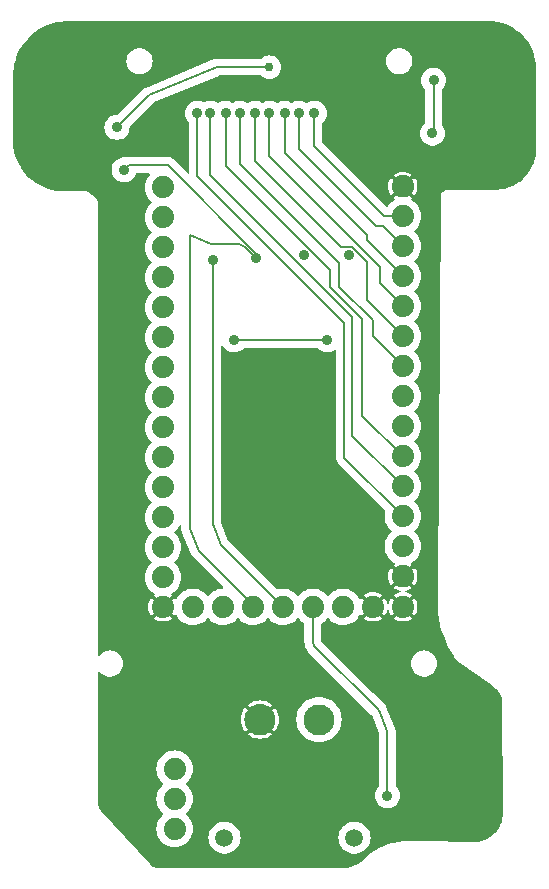
<source format=gbr>
G04 --- HEADER BEGIN --- *
G04 #@! TF.GenerationSoftware,LibrePCB,LibrePCB,1.1.0*
G04 #@! TF.CreationDate,2024-04-23T21:01:02*
G04 #@! TF.ProjectId,motherboard (Version 1),d5d7f40e-06e5-483f-b774-8957b2c1e08f,version_2*
G04 #@! TF.Part,Single*
G04 #@! TF.SameCoordinates*
G04 #@! TF.FileFunction,Copper,L2,Bot*
G04 #@! TF.FilePolarity,Positive*
%FSLAX66Y66*%
%MOMM*%
G01*
G75*
G04 --- HEADER END --- *
G04 --- APERTURE LIST BEGIN --- *
G04 #@! TA.AperFunction,ComponentPad*
%ADD10C,1.8796*%
%ADD11C,1.508*%
%ADD12C,2.625*%
G04 #@! TA.AperFunction,ViaPad*
%ADD13C,0.7564*%
%ADD14C,0.9064*%
G04 #@! TA.AperFunction,Conductor*
%ADD15C,0.2*%
%ADD16C,0.1524*%
%ADD17C,0.01*%
G04 #@! TD*
G04 --- APERTURE LIST END --- *
G04 --- BOARD BEGIN --- *
D10*
G04 #@! TO.N,PB1*
G04 #@! TO.C,J6*
G04 #@! TO.P,J6,11,11*
X13700000Y55500000D03*
G04 #@! TO.N,PB0*
G04 #@! TO.P,J6,12,12*
X13700000Y58040000D03*
G04 #@! TO.N,VCC*
G04 #@! TO.P,J6,14,14*
X13700000Y63120000D03*
G04 #@! TO.N,PB2*
G04 #@! TO.P,J6,10,10*
X13700000Y52960000D03*
G04 #@! TO.N,PB6*
G04 #@! TO.P,J6,2,2*
X13700000Y32640000D03*
G04 #@! TO.N,PD0*
G04 #@! TO.P,J6,3,3*
X13700000Y35180000D03*
G04 #@! TO.N,PD3*
G04 #@! TO.P,J6,5,5*
X13700000Y40260000D03*
G04 #@! TO.N,PD1*
G04 #@! TO.P,J6,7,7*
X13700000Y45340000D03*
G04 #@! TO.N,PB5*
G04 #@! TO.P,J6,1,1*
X13700000Y30100000D03*
G04 #@! TO.N,PB3*
G04 #@! TO.P,J6,9,9*
X13700000Y50420000D03*
G04 #@! TO.N,PE6*
G04 #@! TO.P,J6,13,13*
X13700000Y60580000D03*
G04 #@! TO.N,PB7*
G04 #@! TO.P,J6,4,4*
X13700000Y37720000D03*
G04 #@! TO.N,RST*
G04 #@! TO.P,J6,8,8*
X13700000Y47880000D03*
G04 #@! TO.N,PD2*
G04 #@! TO.P,J6,6,6*
X13700000Y42800000D03*
G04 #@! TO.N,PD7*
G04 #@! TO.C,J7*
G04 #@! TO.P,J7,11,11*
X34000000Y37800000D03*
G04 #@! TO.N,PD6*
G04 #@! TO.P,J7,12,12*
X34000000Y35260000D03*
G04 #@! TO.N,GND*
G04 #@! TO.P,J7,14,14*
X34000000Y30180000D03*
G04 #@! TO.N,PB4*
G04 #@! TO.P,J7,10,10*
X34000000Y40340000D03*
G04 #@! TO.N,PF0*
G04 #@! TO.P,J7,2,2*
X34000000Y60660000D03*
G04 #@! TO.N,PF1*
G04 #@! TO.P,J7,3,3*
X34000000Y58120000D03*
G04 #@! TO.N,PF5*
G04 #@! TO.P,J7,5,5*
X34000000Y53040000D03*
G04 #@! TO.N,PF7*
G04 #@! TO.P,J7,7,7*
X34000000Y47960000D03*
G04 #@! TO.N,GND*
G04 #@! TO.P,J7,1,1*
X34000000Y63200000D03*
G04 #@! TO.N,PC6*
G04 #@! TO.P,J7,9,9*
X34000000Y42880000D03*
G04 #@! TO.N,PD4*
G04 #@! TO.P,J7,13,13*
X34000000Y32720000D03*
G04 #@! TO.N,PF4*
G04 #@! TO.P,J7,4,4*
X34000000Y55580000D03*
G04 #@! TO.N,PC7*
G04 #@! TO.P,J7,8,8*
X34000000Y45420000D03*
G04 #@! TO.N,PF6*
G04 #@! TO.P,J7,6,6*
X34000000Y50500000D03*
G04 #@! TO.N,MA1*
G04 #@! TO.C,J8*
G04 #@! TO.P,J8,5,5*
X23840000Y27600000D03*
G04 #@! TO.N,GND*
G04 #@! TO.P,J8,2,2*
X31460000Y27600000D03*
G04 #@! TO.N,BAT*
G04 #@! TO.P,J8,3,3*
X28920000Y27600000D03*
G04 #@! TO.N,MA2*
G04 #@! TO.P,J8,6,6*
X21300000Y27600000D03*
G04 #@! TO.N,GND*
G04 #@! TO.P,J8,1,1*
X34000000Y27600000D03*
G04 #@! TO.N,VCC*
G04 #@! TO.P,J8,4,4*
X26380000Y27600000D03*
G04 #@! TO.N,MB1*
G04 #@! TO.P,J8,7,7*
X18760000Y27600000D03*
G04 #@! TO.N,MB2*
G04 #@! TO.P,J8,8,8*
X16220000Y27600000D03*
G04 #@! TO.N,GND*
G04 #@! TO.P,J8,9,9*
X13680000Y27600000D03*
D11*
G04 #@! TO.N,N/C*
G04 #@! TO.C,J4*
G04 #@! TO.P,J4,3*
X29900000Y8060000D03*
G04 #@! TO.P,J4,4*
X18900000Y8060000D03*
D12*
G04 #@! TO.N,GND*
G04 #@! TO.P,J4,-,-*
X21900000Y18060000D03*
G04 #@! TO.N,N$1*
G04 #@! TO.P,J4,+,+*
X26900000Y18060000D03*
D10*
G04 #@! TO.C,S1*
G04 #@! TO.P,S1,2,P*
X14680000Y11350000D03*
G04 #@! TO.N,N/C*
G04 #@! TO.P,S1,3,S*
X14680000Y13890000D03*
G04 #@! TO.N,N$4*
G04 #@! TO.P,S1,1,O*
X14680000Y8810000D03*
D13*
G04 #@! TD.C*
G04 #@! TD.P*
G04 #@! TO.N,VCC*
X22700000Y73300000D03*
D14*
X9800000Y68200000D03*
D15*
X22700000Y73300000D02*
X18276322Y73300000D01*
X13700000Y63247897D02*
X13700000Y63120000D01*
X18276322Y73300000D02*
X12512578Y70912578D01*
X9800000Y68200000D02*
X12512578Y70912578D01*
D14*
G04 #@! TO.N,MB1*
X29400000Y57400000D03*
D13*
G04 #@! TO.N,GND*
X40800000Y14200000D03*
D14*
G04 #@! TO.N,PF4*
X24000000Y69400000D03*
D16*
X30944363Y59044363D02*
X30944363Y58635638D01*
X30944363Y58635638D02*
X34000000Y55580000D01*
X24000000Y69400000D02*
X24000000Y65988725D01*
X24000000Y65988725D02*
X30944363Y59044363D01*
D14*
G04 #@! TO.N,PB4*
X19000000Y69400000D03*
D16*
X19000000Y64964213D02*
X27833088Y56131125D01*
X27833088Y56131125D02*
X27833088Y54682650D01*
X30577613Y43762388D02*
X34000000Y40340000D01*
X30577613Y51938125D02*
X30577613Y43762388D01*
X19000000Y69400000D02*
X19000000Y64964213D01*
X27833088Y54682650D02*
X30577613Y51938125D01*
D14*
G04 #@! TO.N,PD7*
X17700000Y69400000D03*
D16*
X29723156Y42076844D02*
X34000000Y37800000D01*
X17700000Y69400000D02*
X17700000Y64199869D01*
X29723156Y52176713D02*
X29723156Y42076844D01*
X17700000Y64199869D02*
X29723156Y52176713D01*
D13*
G04 #@! TO.N,GND*
X29300000Y66900000D03*
D14*
G04 #@! TO.N,PF6*
X21500000Y69400000D03*
D16*
X29682425Y58081800D02*
X30937753Y56826472D01*
X21500000Y69400000D02*
X21500000Y65377450D01*
X30937753Y53562247D02*
X34000000Y50500000D01*
X21500000Y65377450D02*
X28795650Y58081800D01*
X30937753Y56826472D02*
X30937753Y53562247D01*
X28795650Y58081800D02*
X29682425Y58081800D01*
D14*
G04 #@! TO.N,MA1*
X17900000Y57000000D03*
D15*
X18643950Y32796050D02*
X23840000Y27600000D01*
X17900000Y57000000D02*
X17900000Y34592103D01*
X17900000Y34592103D02*
X18643950Y32796050D01*
D14*
G04 #@! TO.N,PF7*
X20200000Y69400000D03*
D16*
X31432069Y50527931D02*
X34000000Y47960000D01*
X28610906Y54721641D02*
X31432069Y51900478D01*
X20200000Y65121813D02*
X28610906Y56710906D01*
X28610906Y56710906D02*
X28610906Y54721641D01*
X31432069Y51900478D02*
X31432069Y50527931D01*
X20200000Y69400000D02*
X20200000Y65121813D01*
D13*
G04 #@! TO.N,GND*
X36800000Y75200000D03*
X9800000Y75100000D03*
D14*
G04 #@! TO.N,MA2*
X21600000Y57100000D03*
X10400000Y64600000D03*
D15*
X17752103Y58300000D02*
X20100000Y58300000D01*
D16*
X10400000Y64600000D02*
X10800000Y65000000D01*
D15*
X20100000Y58300000D02*
X20612131Y58087869D01*
D16*
X21600000Y57500000D02*
X21600000Y57100000D01*
D15*
X17752103Y58300000D02*
X15956050Y59043950D01*
X16700000Y32370178D02*
X21373700Y27696478D01*
X15956050Y59043950D02*
X15956050Y34166231D01*
D16*
X10800000Y65000000D02*
X14100000Y65000000D01*
D15*
X20612131Y58087869D02*
X21600000Y57100000D01*
X21300000Y27600000D02*
X21373700Y27696478D01*
X15956050Y34166231D02*
X16700000Y32370178D01*
D16*
X14100000Y65000000D02*
X21600000Y57500000D01*
D14*
G04 #@! TO.N,VCC*
X32700000Y11600000D03*
D15*
X32700000Y11600000D02*
X32700000Y17047897D01*
X26380000Y24589706D02*
X26380000Y27600000D01*
X32700000Y17047897D02*
X31956050Y18843950D01*
X31956050Y18843950D02*
X26500000Y24300000D01*
X26500000Y24300000D02*
X26380000Y24589706D01*
D14*
G04 #@! TO.N,PF1*
X25200000Y69400000D03*
D16*
X25200000Y69400000D02*
X25200000Y66344363D01*
X25200000Y66344363D02*
X31722181Y59822181D01*
X31722181Y59822181D02*
X32297819Y59822181D01*
X32297819Y59822181D02*
X34000000Y58120000D01*
D13*
G04 #@! TO.N,GND*
X22400000Y32800000D03*
D14*
G04 #@! TO.N,PF5*
X22700000Y69400000D03*
D16*
X22700000Y65733088D02*
X32024547Y56408541D01*
X32024547Y55015453D02*
X34000000Y53040000D01*
X22700000Y69400000D02*
X22700000Y65733088D01*
X32024547Y56408541D02*
X32024547Y55015453D01*
D14*
G04 #@! TO.N,BAT*
X27600000Y50200000D03*
X19700000Y50200000D03*
D15*
X19700000Y50200000D02*
X27600000Y50200000D01*
D14*
G04 #@! TO.N,MB2*
X36500000Y67700000D03*
X36600000Y72200000D03*
X25600000Y57400000D03*
D15*
X36600000Y72200000D02*
X36600000Y67941422D01*
X36600000Y67941422D02*
X36500000Y67700000D01*
D14*
G04 #@! TO.N,PF0*
X26500000Y69400000D03*
D16*
X26500000Y69400000D02*
X26500000Y66600000D01*
X32440000Y60660000D02*
X34000000Y60660000D01*
X26500000Y66600000D02*
X32440000Y60660000D01*
D14*
G04 #@! TO.N,PD6*
X16600000Y69400000D03*
D16*
X16600000Y64054900D02*
X29054406Y51600494D01*
X29054406Y40205594D02*
X34000000Y35260000D01*
X29054406Y51600494D02*
X29054406Y40205594D01*
X16600000Y69400000D02*
X16600000Y64054900D01*
D17*
G04 #@! TA.AperFunction,Conductor*
G04 #@! TO.N,GND*
G36*
X1006483Y66901492D02*
X1006721Y66894848D01*
X1035575Y66532200D01*
X1036391Y66525603D01*
X1096742Y66166858D01*
X1098130Y66160357D01*
X1189515Y65808249D01*
X1191464Y65801893D01*
X1313192Y65459081D01*
X1315687Y65452920D01*
X1466833Y65122011D01*
X1469856Y65116091D01*
X1649259Y64799633D01*
X1652787Y64793998D01*
X1859103Y64494359D01*
X1863108Y64489054D01*
X2094736Y64208557D01*
X2099188Y64203621D01*
X2354390Y63944371D01*
X2359256Y63939841D01*
X2636084Y63703819D01*
X2641325Y63699731D01*
X2937681Y63488727D01*
X2943259Y63485112D01*
X3256857Y63300750D01*
X3262730Y63297634D01*
X3591206Y63141306D01*
X3597327Y63138714D01*
X3938192Y63011604D01*
X3944516Y63009555D01*
X4295134Y62912643D01*
X4301612Y62911153D01*
X4659391Y62845161D01*
X4665975Y62844242D01*
X5025400Y62809945D01*
X5032638Y62809600D01*
X6997551Y62809600D01*
X7002429Y62809287D01*
X7148987Y62790400D01*
X7159675Y62787382D01*
X7335266Y62708511D01*
X7340773Y62705466D01*
X7936113Y62308572D01*
X7939985Y62305617D01*
X8052005Y62208124D01*
X8058449Y62200871D01*
X8140712Y62080188D01*
X8145104Y62071544D01*
X8194218Y61933562D01*
X8196199Y61924881D01*
X8209383Y61802023D01*
X8209600Y61797966D01*
X8209600Y23549239D01*
X8228944Y23498507D01*
X8277154Y23473532D01*
X8346607Y23503319D01*
X8377875Y23544724D01*
X8382595Y23549903D01*
X8528719Y23683112D01*
X8534305Y23687330D01*
X8702415Y23791419D01*
X8708697Y23794547D01*
X8893054Y23865967D01*
X8899807Y23867889D01*
X9094162Y23904221D01*
X9101138Y23904867D01*
X9298862Y23904867D01*
X9305838Y23904221D01*
X9500193Y23867889D01*
X9506946Y23865967D01*
X9691303Y23794547D01*
X9697585Y23791419D01*
X9865695Y23687330D01*
X9871281Y23683112D01*
X10017405Y23549903D01*
X10022125Y23544724D01*
X10141276Y23386943D01*
X10144971Y23380975D01*
X10233101Y23203987D01*
X10235636Y23197443D01*
X10289744Y23007274D01*
X10291032Y23000384D01*
X10309275Y22803507D01*
X10309275Y22796493D01*
X10291032Y22599616D01*
X10289744Y22592726D01*
X10235636Y22402557D01*
X10233101Y22396013D01*
X10144971Y22219025D01*
X10141276Y22213057D01*
X10022125Y22055276D01*
X10017405Y22050097D01*
X9871281Y21916888D01*
X9865695Y21912670D01*
X9697585Y21808581D01*
X9691303Y21805453D01*
X9506946Y21734033D01*
X9500193Y21732111D01*
X9305838Y21695779D01*
X9298862Y21695133D01*
X9101138Y21695133D01*
X9094162Y21695779D01*
X8899807Y21732111D01*
X8893054Y21734033D01*
X8708697Y21805453D01*
X8702415Y21808581D01*
X8534305Y21912670D01*
X8528719Y21916888D01*
X8382595Y22050097D01*
X8377875Y22055276D01*
X8346607Y22096681D01*
X8300597Y22125509D01*
X8247074Y22116386D01*
X8209600Y22050761D01*
X8209600Y11037442D01*
X8209807Y11031825D01*
X8221412Y10874829D01*
X8223064Y10863717D01*
X8252055Y10734888D01*
X8255323Y10724140D01*
X8302942Y10600968D01*
X8307754Y10590817D01*
X8372956Y10476001D01*
X8379209Y10466667D01*
X8476233Y10342690D01*
X8479857Y10338395D01*
X12611978Y5793060D01*
X12616439Y5788546D01*
X12711434Y5700106D01*
X12711434Y26845956D01*
X12694471Y26854182D01*
X12608207Y26977379D01*
X12604898Y26983112D01*
X12516373Y27172952D01*
X12514109Y27179171D01*
X12459896Y27381500D01*
X12458745Y27388026D01*
X12440490Y27596685D01*
X12440490Y27603315D01*
X12458745Y27811974D01*
X12459896Y27818500D01*
X12514109Y28020829D01*
X12516373Y28027048D01*
X12604898Y28216888D01*
X12608207Y28222621D01*
X12697776Y28350538D01*
X12701691Y28353192D01*
X12719824Y28348037D01*
X12919839Y28148022D01*
X12898585Y28122125D01*
X12811738Y27959646D01*
X12758258Y27783346D01*
X12740200Y27600000D01*
X12758258Y27416654D01*
X12811738Y27240354D01*
X12898585Y27077875D01*
X12919839Y27051978D01*
X12715750Y26847889D01*
X12711434Y26845956D01*
X12711434Y5700106D01*
X12725459Y5687049D01*
X12735425Y5679212D01*
X12835828Y5612987D01*
X12846957Y5606910D01*
X12956950Y5558252D01*
X12968933Y5554105D01*
X13085475Y5524360D01*
X13097979Y5522257D01*
X13246412Y5509864D01*
X13252752Y5509600D01*
X14677014Y5509600D01*
X14677014Y7260835D01*
X14440601Y7279441D01*
X14434714Y7280374D01*
X14204123Y7335733D01*
X14198440Y7337580D01*
X13979345Y7428331D01*
X13974039Y7431035D01*
X13771841Y7554943D01*
X13767007Y7558455D01*
X13586691Y7712460D01*
X13582460Y7716691D01*
X13428455Y7897007D01*
X13424943Y7901841D01*
X13301035Y8104039D01*
X13298331Y8109345D01*
X13207580Y8328440D01*
X13205733Y8334123D01*
X13150374Y8564714D01*
X13149441Y8570601D01*
X13130835Y8807014D01*
X13130835Y8812986D01*
X13149441Y9049399D01*
X13150374Y9055286D01*
X13205733Y9285877D01*
X13207580Y9291560D01*
X13298331Y9510655D01*
X13301035Y9515961D01*
X13424943Y9718159D01*
X13428455Y9722993D01*
X13582460Y9903309D01*
X13586691Y9907540D01*
X13720774Y10022058D01*
X13746789Y10069715D01*
X13720774Y10137942D01*
X13586691Y10252460D01*
X13582460Y10256691D01*
X13428455Y10437007D01*
X13424943Y10441841D01*
X13301035Y10644039D01*
X13298331Y10649345D01*
X13207580Y10868440D01*
X13205733Y10874123D01*
X13150374Y11104714D01*
X13149441Y11110601D01*
X13130835Y11347014D01*
X13130835Y11352986D01*
X13149441Y11589399D01*
X13150374Y11595286D01*
X13205733Y11825877D01*
X13207580Y11831560D01*
X13298331Y12050655D01*
X13301035Y12055961D01*
X13424943Y12258159D01*
X13428455Y12262993D01*
X13582460Y12443309D01*
X13586691Y12447540D01*
X13720774Y12562058D01*
X13746789Y12609715D01*
X13720774Y12677942D01*
X13586691Y12792460D01*
X13582460Y12796691D01*
X13428455Y12977007D01*
X13424943Y12981841D01*
X13301035Y13184039D01*
X13298331Y13189345D01*
X13207580Y13408440D01*
X13205733Y13414123D01*
X13150374Y13644714D01*
X13149441Y13650601D01*
X13130835Y13887014D01*
X13130835Y13892986D01*
X13149441Y14129399D01*
X13150374Y14135286D01*
X13205733Y14365877D01*
X13207580Y14371560D01*
X13298331Y14590655D01*
X13301035Y14595961D01*
X13424943Y14798159D01*
X13428455Y14802993D01*
X13582460Y14983309D01*
X13586691Y14987540D01*
X13676685Y15064402D01*
X13676685Y26360490D01*
X13468026Y26378745D01*
X13461500Y26379896D01*
X13259171Y26434109D01*
X13252952Y26436373D01*
X13063112Y26524898D01*
X13057379Y26528207D01*
X12929462Y26617776D01*
X12926808Y26621691D01*
X12931963Y26639824D01*
X13131978Y26839839D01*
X13157875Y26818585D01*
X13320354Y26731738D01*
X13496654Y26678258D01*
X13680000Y26660200D01*
X13863346Y26678258D01*
X14039646Y26731738D01*
X14202125Y26818585D01*
X14228022Y26839839D01*
X14432111Y26635750D01*
X14434044Y26631434D01*
X14425818Y26614471D01*
X14302621Y26528207D01*
X14296888Y26524898D01*
X14107048Y26436373D01*
X14100829Y26434109D01*
X13898500Y26379896D01*
X13891974Y26378745D01*
X13683315Y26360490D01*
X13676685Y26360490D01*
X13676685Y15064402D01*
X13767007Y15141545D01*
X13771841Y15145057D01*
X13974039Y15268965D01*
X13979345Y15271669D01*
X14198440Y15362420D01*
X14204123Y15364267D01*
X14434714Y15419626D01*
X14440601Y15420559D01*
X14677014Y15439165D01*
X14682986Y15439165D01*
X14919399Y15420559D01*
X14925286Y15419626D01*
X15155877Y15364267D01*
X15161560Y15362420D01*
X15380655Y15271669D01*
X15385961Y15268965D01*
X15588159Y15145057D01*
X15592993Y15141545D01*
X15773309Y14987540D01*
X15777540Y14983309D01*
X15931545Y14802993D01*
X15935057Y14798159D01*
X16058965Y14595961D01*
X16061669Y14590655D01*
X16152420Y14371560D01*
X16154267Y14365877D01*
X16209626Y14135286D01*
X16210559Y14129399D01*
X16229165Y13892986D01*
X16229165Y13887014D01*
X16210559Y13650601D01*
X16209626Y13644714D01*
X16154267Y13414123D01*
X16152420Y13408440D01*
X16061669Y13189345D01*
X16058965Y13184039D01*
X15935057Y12981841D01*
X15931545Y12977007D01*
X15777540Y12796691D01*
X15773309Y12792460D01*
X15639226Y12677942D01*
X15613211Y12630285D01*
X15639226Y12562058D01*
X15773309Y12447540D01*
X15777540Y12443309D01*
X15931545Y12262993D01*
X15935057Y12258159D01*
X16058965Y12055961D01*
X16061669Y12050655D01*
X16152420Y11831560D01*
X16154267Y11825877D01*
X16209626Y11595286D01*
X16210559Y11589399D01*
X16229165Y11352986D01*
X16229165Y11347014D01*
X16210559Y11110601D01*
X16209626Y11104714D01*
X16154267Y10874123D01*
X16152420Y10868440D01*
X16061669Y10649345D01*
X16058965Y10644039D01*
X15935057Y10441841D01*
X15931545Y10437007D01*
X15777540Y10256691D01*
X15773309Y10252460D01*
X15639226Y10137942D01*
X15613211Y10090285D01*
X15639226Y10022058D01*
X15773309Y9907540D01*
X15777540Y9903309D01*
X15931545Y9722993D01*
X15935057Y9718159D01*
X16058965Y9515961D01*
X16061669Y9510655D01*
X16152420Y9291560D01*
X16154267Y9285877D01*
X16209626Y9055286D01*
X16210559Y9049399D01*
X16229165Y8812986D01*
X16229165Y8807014D01*
X16210559Y8570601D01*
X16209626Y8564714D01*
X16154267Y8334123D01*
X16152420Y8328440D01*
X16061669Y8109345D01*
X16058965Y8104039D01*
X15935057Y7901841D01*
X15931545Y7897007D01*
X15777540Y7716691D01*
X15773309Y7712460D01*
X15592993Y7558455D01*
X15588159Y7554943D01*
X15385961Y7431035D01*
X15380655Y7428331D01*
X15161560Y7337580D01*
X15155877Y7335733D01*
X14925286Y7280374D01*
X14919399Y7279441D01*
X14682986Y7260835D01*
X14677014Y7260835D01*
X14677014Y5509600D01*
X18790547Y5509600D01*
X18790547Y6701057D01*
X18784287Y6701576D01*
X18568369Y6737607D01*
X18562268Y6739152D01*
X18355232Y6810226D01*
X18349475Y6812752D01*
X18156957Y6916938D01*
X18151692Y6920378D01*
X17978949Y7054829D01*
X17974320Y7059090D01*
X17826069Y7220134D01*
X17822200Y7225105D01*
X17702473Y7408361D01*
X17699486Y7413881D01*
X17611550Y7614353D01*
X17609510Y7620298D01*
X17555772Y7832503D01*
X17554738Y7838697D01*
X17536660Y8056862D01*
X17536660Y8063138D01*
X17554738Y8281303D01*
X17555772Y8287497D01*
X17609510Y8499702D01*
X17611550Y8505647D01*
X17699486Y8706119D01*
X17702473Y8711639D01*
X17822200Y8894895D01*
X17826069Y8899866D01*
X17974320Y9060910D01*
X17978949Y9065171D01*
X18151691Y9199622D01*
X18156956Y9203062D01*
X18349475Y9307248D01*
X18355232Y9309774D01*
X18562268Y9380848D01*
X18568369Y9382393D01*
X18784287Y9418424D01*
X18790547Y9418943D01*
X19009453Y9418943D01*
X19015713Y9418424D01*
X19231631Y9382393D01*
X19237732Y9380848D01*
X19444768Y9309774D01*
X19450525Y9307248D01*
X19643043Y9203062D01*
X19648308Y9199622D01*
X19821051Y9065171D01*
X19825680Y9060910D01*
X19973931Y8899866D01*
X19977800Y8894895D01*
X20097527Y8711639D01*
X20100514Y8706119D01*
X20188450Y8505647D01*
X20190490Y8499702D01*
X20244228Y8287497D01*
X20245262Y8281303D01*
X20263340Y8063138D01*
X20263340Y8056862D01*
X20245262Y7838697D01*
X20244228Y7832503D01*
X20190490Y7620298D01*
X20188450Y7614353D01*
X20100514Y7413881D01*
X20097527Y7408361D01*
X19977800Y7225105D01*
X19973931Y7220134D01*
X19825680Y7059090D01*
X19821051Y7054829D01*
X19648309Y6920378D01*
X19643044Y6916938D01*
X19450525Y6812752D01*
X19444768Y6810226D01*
X19237732Y6739152D01*
X19231631Y6737607D01*
X19015713Y6701576D01*
X19009453Y6701057D01*
X18790547Y6701057D01*
X18790547Y5509600D01*
X20665666Y5509600D01*
X20665666Y17041297D01*
X20650471Y17047785D01*
X20597402Y17109922D01*
X20593895Y17114749D01*
X20464814Y17325392D01*
X20462109Y17330698D01*
X20367568Y17558941D01*
X20365721Y17564624D01*
X20308051Y17804843D01*
X20307118Y17810730D01*
X20287735Y18057014D01*
X20287735Y18062986D01*
X20307118Y18309270D01*
X20308051Y18315157D01*
X20365721Y18555376D01*
X20367568Y18561059D01*
X20462109Y18789302D01*
X20464814Y18794608D01*
X20593895Y19005251D01*
X20597402Y19010078D01*
X20652955Y19075122D01*
X20659037Y19078442D01*
X20674695Y19073166D01*
X20873825Y18874036D01*
X20763342Y18716250D01*
X20666653Y18508901D01*
X20607440Y18287913D01*
X20587500Y18060000D01*
X20607440Y17832087D01*
X20666653Y17611099D01*
X20763342Y17403750D01*
X20873825Y17245964D01*
X20671992Y17044131D01*
X20665666Y17041297D01*
X20665666Y5509600D01*
X21897014Y5509600D01*
X21897014Y16447735D01*
X21650730Y16467118D01*
X21644843Y16468051D01*
X21404624Y16525721D01*
X21398941Y16527568D01*
X21170698Y16622109D01*
X21165392Y16624814D01*
X20954749Y16753895D01*
X20949922Y16757402D01*
X20884878Y16812955D01*
X20881558Y16819037D01*
X20886834Y16834695D01*
X21085964Y17033825D01*
X21085964Y19086175D01*
X20884131Y19288008D01*
X20881297Y19294334D01*
X20887785Y19309529D01*
X20949922Y19362598D01*
X20954749Y19366105D01*
X21165392Y19495186D01*
X21170698Y19497891D01*
X21398941Y19592432D01*
X21404624Y19594279D01*
X21644843Y19651949D01*
X21650730Y19652882D01*
X21897014Y19672265D01*
X21902986Y19672265D01*
X22149270Y19652882D01*
X22155157Y19651949D01*
X22395376Y19594279D01*
X22401059Y19592432D01*
X22629302Y19497891D01*
X22634608Y19495186D01*
X22845251Y19366105D01*
X22850078Y19362598D01*
X22915122Y19307045D01*
X22918442Y19300963D01*
X22913166Y19285305D01*
X22714036Y19086175D01*
X22556250Y19196658D01*
X22348901Y19293347D01*
X22127913Y19352560D01*
X21900000Y19372500D01*
X21672087Y19352560D01*
X21451099Y19293347D01*
X21243750Y19196658D01*
X21085964Y19086175D01*
X21085964Y17033825D01*
X21243750Y16923342D01*
X21451099Y16826653D01*
X21672087Y16767440D01*
X21900000Y16747500D01*
X22127913Y16767440D01*
X22348901Y16826653D01*
X22556250Y16923342D01*
X22714036Y17033825D01*
X22915869Y16831992D01*
X22918703Y16825666D01*
X22912215Y16810471D01*
X22850078Y16757402D01*
X22845251Y16753895D01*
X22634608Y16624814D01*
X22629302Y16622109D01*
X22401059Y16527568D01*
X22395376Y16525721D01*
X22155157Y16468051D01*
X22149270Y16467118D01*
X21902986Y16447735D01*
X21897014Y16447735D01*
X21897014Y5509600D01*
X23140963Y5509600D01*
X23140963Y17041558D01*
X23125305Y17046834D01*
X22926175Y17245964D01*
X23036658Y17403750D01*
X23133347Y17611099D01*
X23192560Y17832087D01*
X23212500Y18060000D01*
X23192560Y18287913D01*
X23133347Y18508901D01*
X23036658Y18716250D01*
X22926175Y18874036D01*
X23128008Y19075869D01*
X23134334Y19078703D01*
X23149529Y19072215D01*
X23202598Y19010078D01*
X23206105Y19005251D01*
X23335186Y18794608D01*
X23337891Y18789302D01*
X23432432Y18561059D01*
X23434279Y18555376D01*
X23491949Y18315157D01*
X23492882Y18309270D01*
X23512265Y18062986D01*
X23512265Y18057014D01*
X23492882Y17810730D01*
X23491949Y17804843D01*
X23434279Y17564624D01*
X23432432Y17558941D01*
X23337891Y17330698D01*
X23335186Y17325392D01*
X23206105Y17114749D01*
X23202598Y17109922D01*
X23147045Y17044878D01*
X23140963Y17041558D01*
X23140963Y5509600D01*
X26897288Y5509600D01*
X26897288Y16138094D01*
X26629174Y16157270D01*
X26623796Y16158043D01*
X26361142Y16215180D01*
X26355932Y16216710D01*
X26104080Y16310645D01*
X26099139Y16312902D01*
X25863226Y16441721D01*
X25858652Y16444661D01*
X25643471Y16605743D01*
X25639371Y16609295D01*
X25449295Y16799371D01*
X25445743Y16803471D01*
X25284661Y17018652D01*
X25281721Y17023226D01*
X25152902Y17259139D01*
X25150645Y17264080D01*
X25056710Y17515932D01*
X25055180Y17521142D01*
X24998043Y17783796D01*
X24997270Y17789174D01*
X24978094Y18057288D01*
X24978094Y18062712D01*
X24997270Y18330826D01*
X24998043Y18336204D01*
X25055180Y18598858D01*
X25056710Y18604068D01*
X25150645Y18855920D01*
X25152902Y18860861D01*
X25281721Y19096774D01*
X25284661Y19101348D01*
X25445743Y19316529D01*
X25449295Y19320629D01*
X25639371Y19510705D01*
X25643471Y19514257D01*
X25858652Y19675339D01*
X25863226Y19678279D01*
X26099139Y19807098D01*
X26104080Y19809355D01*
X26355932Y19903290D01*
X26361142Y19904820D01*
X26623796Y19961957D01*
X26629174Y19962730D01*
X26897288Y19981906D01*
X26902712Y19981906D01*
X27170826Y19962730D01*
X27176204Y19961957D01*
X27438858Y19904820D01*
X27444068Y19903290D01*
X27695920Y19809355D01*
X27700861Y19807098D01*
X27936774Y19678279D01*
X27941348Y19675339D01*
X28156529Y19514257D01*
X28160629Y19510705D01*
X28350705Y19320629D01*
X28354257Y19316529D01*
X28515339Y19101348D01*
X28518279Y19096774D01*
X28647098Y18860861D01*
X28649355Y18855920D01*
X28743290Y18604068D01*
X28744820Y18598858D01*
X28801957Y18336204D01*
X28802730Y18330826D01*
X28821906Y18062712D01*
X28821906Y18057288D01*
X28802730Y17789174D01*
X28801957Y17783796D01*
X28744820Y17521142D01*
X28743290Y17515932D01*
X28649355Y17264080D01*
X28647098Y17259139D01*
X28518279Y17023226D01*
X28515339Y17018652D01*
X28354257Y16803471D01*
X28350705Y16799371D01*
X28160629Y16609295D01*
X28156529Y16605743D01*
X27941348Y16444661D01*
X27936774Y16441721D01*
X27700861Y16312902D01*
X27695920Y16310645D01*
X27444068Y16216710D01*
X27438858Y16215180D01*
X27176204Y16158043D01*
X27170826Y16157270D01*
X26902712Y16138094D01*
X26897288Y16138094D01*
X26897288Y5509600D01*
X28999137Y5509600D01*
X29003409Y5509720D01*
X29265142Y5524418D01*
X29273634Y5525375D01*
X29513070Y5566057D01*
X29521401Y5567958D01*
X29754796Y5635198D01*
X29762861Y5638020D01*
X29790547Y5649487D01*
X29790547Y6701057D01*
X29784287Y6701576D01*
X29568369Y6737607D01*
X29562268Y6739152D01*
X29355232Y6810226D01*
X29349475Y6812752D01*
X29156957Y6916938D01*
X29151692Y6920378D01*
X28978949Y7054829D01*
X28974320Y7059090D01*
X28826069Y7220134D01*
X28822200Y7225105D01*
X28702473Y7408361D01*
X28699486Y7413881D01*
X28611550Y7614353D01*
X28609510Y7620298D01*
X28555772Y7832503D01*
X28554738Y7838697D01*
X28536660Y8056862D01*
X28536660Y8063138D01*
X28554738Y8281303D01*
X28555772Y8287497D01*
X28609510Y8499702D01*
X28611550Y8505647D01*
X28699486Y8706119D01*
X28702473Y8711639D01*
X28822200Y8894895D01*
X28826069Y8899866D01*
X28974320Y9060910D01*
X28978949Y9065171D01*
X29151691Y9199622D01*
X29156956Y9203062D01*
X29349475Y9307248D01*
X29355232Y9309774D01*
X29562268Y9380848D01*
X29568369Y9382393D01*
X29784287Y9418424D01*
X29790547Y9418943D01*
X30009453Y9418943D01*
X30015713Y9418424D01*
X30231631Y9382393D01*
X30237732Y9380848D01*
X30444768Y9309774D01*
X30450525Y9307248D01*
X30643043Y9203062D01*
X30648308Y9199622D01*
X30821051Y9065171D01*
X30825680Y9060910D01*
X30973931Y8899866D01*
X30977800Y8894895D01*
X31097527Y8711639D01*
X31100514Y8706119D01*
X31188450Y8505647D01*
X31190490Y8499702D01*
X31244228Y8287497D01*
X31245262Y8281303D01*
X31263340Y8063138D01*
X31263340Y8056862D01*
X31245262Y7838697D01*
X31244228Y7832503D01*
X31190490Y7620298D01*
X31188450Y7614353D01*
X31100514Y7413881D01*
X31097527Y7408361D01*
X30977800Y7225105D01*
X30973931Y7220134D01*
X30825680Y7059090D01*
X30821051Y7054829D01*
X30648309Y6920378D01*
X30643044Y6916938D01*
X30450525Y6812752D01*
X30444768Y6810226D01*
X30237732Y6739152D01*
X30231631Y6737607D01*
X30015713Y6701576D01*
X30009453Y6701057D01*
X29790547Y6701057D01*
X29790547Y5649487D01*
X29987251Y5730965D01*
X29994950Y5734673D01*
X30207515Y5852153D01*
X30214750Y5856699D01*
X30412834Y5997248D01*
X30419515Y6002576D01*
X30626123Y6187212D01*
X30626827Y6187849D01*
X30944695Y6479121D01*
X30945905Y6480182D01*
X30985396Y6513319D01*
X30986686Y6514354D01*
X31331441Y6778894D01*
X31332747Y6779851D01*
X31374975Y6809420D01*
X31376339Y6810331D01*
X31742860Y7043831D01*
X31744227Y7044661D01*
X31788858Y7070429D01*
X31790336Y7071239D01*
X32175759Y7271878D01*
X32177248Y7272612D01*
X32223929Y7294379D01*
X32225464Y7295055D01*
X32605456Y7452452D01*
X32605456Y10541734D01*
X32598480Y10542380D01*
X32412607Y10577126D01*
X32405872Y10579042D01*
X32229550Y10647349D01*
X32223277Y10650472D01*
X32062508Y10750017D01*
X32056922Y10754235D01*
X31917180Y10881626D01*
X31912460Y10886805D01*
X31798514Y11037694D01*
X31794819Y11043662D01*
X31710539Y11212919D01*
X31708004Y11219463D01*
X31656259Y11401325D01*
X31654971Y11408215D01*
X31637525Y11596493D01*
X31637525Y11603507D01*
X31654971Y11791785D01*
X31656259Y11798675D01*
X31708004Y11980537D01*
X31710539Y11987081D01*
X31794819Y12156338D01*
X31798514Y12162306D01*
X31912460Y12313195D01*
X31917181Y12318374D01*
X31965536Y12362456D01*
X31990400Y12418768D01*
X31990400Y16891591D01*
X31984600Y16920751D01*
X31360281Y18427990D01*
X31343763Y18452711D01*
X25999751Y23796723D01*
X25996899Y23799914D01*
X25962355Y23843231D01*
X25959597Y23846497D01*
X25924130Y23886185D01*
X25919210Y23893118D01*
X25914730Y23901225D01*
X25907612Y23911878D01*
X25901829Y23919129D01*
X25897311Y23926320D01*
X25874201Y23974308D01*
X25872239Y23978105D01*
X25845451Y24026574D01*
X25843596Y24030426D01*
X25725232Y24316180D01*
X25723823Y24320208D01*
X25708491Y24373428D01*
X25707193Y24377501D01*
X25689606Y24427762D01*
X25687711Y24436062D01*
X25686675Y24445262D01*
X25684175Y24457830D01*
X25681612Y24466725D01*
X25680186Y24475120D01*
X25677200Y24528279D01*
X25676841Y24532537D01*
X25670639Y24587585D01*
X25670400Y24591841D01*
X25670400Y26180592D01*
X25634015Y26245562D01*
X25471841Y26344943D01*
X25467007Y26348455D01*
X25286691Y26502460D01*
X25282460Y26506691D01*
X25167942Y26640774D01*
X25120285Y26666789D01*
X25052058Y26640774D01*
X24937540Y26506691D01*
X24933309Y26502460D01*
X24752993Y26348455D01*
X24748159Y26344943D01*
X24545961Y26221035D01*
X24540655Y26218331D01*
X24321560Y26127580D01*
X24315877Y26125733D01*
X24085286Y26070374D01*
X24079399Y26069441D01*
X23842986Y26050835D01*
X23837014Y26050835D01*
X23600601Y26069441D01*
X23594714Y26070374D01*
X23364123Y26125733D01*
X23358440Y26127580D01*
X23139345Y26218331D01*
X23134039Y26221035D01*
X22931841Y26344943D01*
X22927007Y26348455D01*
X22746691Y26502460D01*
X22742460Y26506691D01*
X22627942Y26640774D01*
X22580285Y26666789D01*
X22512058Y26640774D01*
X22397540Y26506691D01*
X22393309Y26502460D01*
X22212993Y26348455D01*
X22208159Y26344943D01*
X22005961Y26221035D01*
X22000655Y26218331D01*
X21781560Y26127580D01*
X21775877Y26125733D01*
X21545286Y26070374D01*
X21539399Y26069441D01*
X21302986Y26050835D01*
X21297014Y26050835D01*
X21060601Y26069441D01*
X21054714Y26070374D01*
X20824123Y26125733D01*
X20818440Y26127580D01*
X20599345Y26218331D01*
X20594039Y26221035D01*
X20391841Y26344943D01*
X20387007Y26348455D01*
X20206691Y26502460D01*
X20202460Y26506691D01*
X20087942Y26640774D01*
X20040285Y26666789D01*
X19972058Y26640774D01*
X19857540Y26506691D01*
X19853309Y26502460D01*
X19672993Y26348455D01*
X19668159Y26344943D01*
X19465961Y26221035D01*
X19460655Y26218331D01*
X19241560Y26127580D01*
X19235877Y26125733D01*
X19005286Y26070374D01*
X18999399Y26069441D01*
X18762986Y26050835D01*
X18757014Y26050835D01*
X18520601Y26069441D01*
X18514714Y26070374D01*
X18284123Y26125733D01*
X18278440Y26127580D01*
X18059345Y26218331D01*
X18054039Y26221035D01*
X17851841Y26344943D01*
X17847007Y26348455D01*
X17666691Y26502460D01*
X17662460Y26506691D01*
X17547942Y26640774D01*
X17500285Y26666789D01*
X17432058Y26640774D01*
X17317540Y26506691D01*
X17313309Y26502460D01*
X17132993Y26348455D01*
X17128159Y26344943D01*
X16925961Y26221035D01*
X16920655Y26218331D01*
X16701560Y26127580D01*
X16695877Y26125733D01*
X16465286Y26070374D01*
X16459399Y26069441D01*
X16222986Y26050835D01*
X16217014Y26050835D01*
X15980601Y26069441D01*
X15974714Y26070374D01*
X15744123Y26125733D01*
X15738440Y26127580D01*
X15519345Y26218331D01*
X15514039Y26221035D01*
X15311841Y26344943D01*
X15307007Y26348455D01*
X15126691Y26502460D01*
X15122460Y26506691D01*
X14968455Y26687007D01*
X14964943Y26691841D01*
X14841035Y26894039D01*
X14836967Y26902023D01*
X14835589Y26901321D01*
X14801741Y26937168D01*
X14747645Y26941806D01*
X14706193Y26912254D01*
X14662226Y26849463D01*
X14658309Y26846808D01*
X14640176Y26851963D01*
X14440161Y27051978D01*
X14461415Y27077875D01*
X14548262Y27240354D01*
X14601742Y27416654D01*
X14619800Y27600000D01*
X14601742Y27783346D01*
X14548262Y27959646D01*
X14461415Y28122125D01*
X14440161Y28148022D01*
X14644250Y28352111D01*
X14648566Y28354044D01*
X14665531Y28345817D01*
X14706193Y28287746D01*
X14751137Y28257284D01*
X14804953Y28264478D01*
X14835698Y28298624D01*
X14836967Y28297977D01*
X14841035Y28305961D01*
X14964943Y28508159D01*
X14968455Y28512993D01*
X15122460Y28693309D01*
X15126691Y28697540D01*
X15307007Y28851545D01*
X15311841Y28855057D01*
X15514039Y28978965D01*
X15519345Y28981669D01*
X15738440Y29072420D01*
X15744123Y29074267D01*
X15974714Y29129626D01*
X15980601Y29130559D01*
X16217014Y29149165D01*
X16222986Y29149165D01*
X16459399Y29130559D01*
X16465286Y29129626D01*
X16695877Y29074267D01*
X16701560Y29072420D01*
X16920655Y28981669D01*
X16925961Y28978965D01*
X17128159Y28855057D01*
X17132993Y28851545D01*
X17313309Y28697540D01*
X17317540Y28693309D01*
X17432058Y28559226D01*
X17479715Y28533211D01*
X17547942Y28559226D01*
X17662460Y28693309D01*
X17666691Y28697540D01*
X17847007Y28851545D01*
X17851841Y28855057D01*
X18054039Y28978965D01*
X18059345Y28981669D01*
X18278440Y29072420D01*
X18284123Y29074267D01*
X18514714Y29129626D01*
X18520601Y29130559D01*
X18741000Y29147905D01*
X18790058Y29171170D01*
X18811173Y29221191D01*
X18788902Y29277750D01*
X16199748Y31866904D01*
X16196903Y31870088D01*
X16162350Y31913415D01*
X16159594Y31916680D01*
X16124129Y31956366D01*
X16119206Y31963304D01*
X16114730Y31971402D01*
X16107615Y31982051D01*
X16101832Y31989303D01*
X16097309Y31996501D01*
X16074205Y32044477D01*
X16072243Y32048275D01*
X16045449Y32096755D01*
X16043600Y32100594D01*
X15301283Y33892704D01*
X15299874Y33896732D01*
X15284545Y33949942D01*
X15283247Y33954015D01*
X15265654Y34004293D01*
X15263762Y34012580D01*
X15262723Y34021800D01*
X15260224Y34034360D01*
X15257662Y34043254D01*
X15256237Y34051639D01*
X15253252Y34104788D01*
X15252893Y34109046D01*
X15246689Y34164110D01*
X15246450Y34168366D01*
X15246450Y34494084D01*
X15227106Y34544816D01*
X15178896Y34569791D01*
X15126296Y34556328D01*
X15099852Y34523244D01*
X15081669Y34479345D01*
X15078965Y34474039D01*
X14955057Y34271841D01*
X14951545Y34267007D01*
X14797540Y34086691D01*
X14793309Y34082460D01*
X14659226Y33967942D01*
X14633211Y33920285D01*
X14659226Y33852058D01*
X14793309Y33737540D01*
X14797540Y33733309D01*
X14951545Y33552993D01*
X14955057Y33548159D01*
X15078965Y33345961D01*
X15081669Y33340655D01*
X15172420Y33121560D01*
X15174267Y33115877D01*
X15229626Y32885286D01*
X15230559Y32879399D01*
X15249165Y32642986D01*
X15249165Y32637014D01*
X15230559Y32400601D01*
X15229626Y32394714D01*
X15174267Y32164123D01*
X15172420Y32158440D01*
X15081669Y31939345D01*
X15078965Y31934039D01*
X14955057Y31731841D01*
X14951545Y31727007D01*
X14797540Y31546691D01*
X14793309Y31542460D01*
X14659226Y31427942D01*
X14633211Y31380285D01*
X14659226Y31312058D01*
X14793309Y31197540D01*
X14797540Y31193309D01*
X14951545Y31012993D01*
X14955057Y31008159D01*
X15078965Y30805961D01*
X15081669Y30800655D01*
X15172420Y30581560D01*
X15174267Y30575877D01*
X15229626Y30345286D01*
X15230559Y30339399D01*
X15249165Y30102986D01*
X15249165Y30097014D01*
X15230559Y29860601D01*
X15229626Y29854714D01*
X15174267Y29624123D01*
X15172420Y29618440D01*
X15081669Y29399345D01*
X15078965Y29394039D01*
X14955057Y29191841D01*
X14951545Y29187007D01*
X14797540Y29006691D01*
X14793309Y29002460D01*
X14612993Y28848455D01*
X14608159Y28844943D01*
X14412444Y28725008D01*
X14379295Y28682007D01*
X14383190Y28627852D01*
X14408552Y28597619D01*
X14430538Y28582224D01*
X14433192Y28578309D01*
X14428037Y28560176D01*
X14228022Y28360161D01*
X14202125Y28381415D01*
X14039646Y28468262D01*
X13863346Y28521742D01*
X13680000Y28539800D01*
X13496654Y28521742D01*
X13320354Y28468262D01*
X13157875Y28381415D01*
X13131978Y28360161D01*
X12927889Y28564250D01*
X12925956Y28568566D01*
X12934182Y28585529D01*
X12970117Y28610691D01*
X13000579Y28655636D01*
X12993385Y28709452D01*
X12966225Y28738080D01*
X12791841Y28844943D01*
X12787007Y28848455D01*
X12606691Y29002460D01*
X12602460Y29006691D01*
X12448455Y29187007D01*
X12444943Y29191841D01*
X12321035Y29394039D01*
X12318331Y29399345D01*
X12227580Y29618440D01*
X12225733Y29624123D01*
X12170374Y29854714D01*
X12169441Y29860601D01*
X12150835Y30097014D01*
X12150835Y30102986D01*
X12169441Y30339399D01*
X12170374Y30345286D01*
X12225733Y30575877D01*
X12227580Y30581560D01*
X12318331Y30800655D01*
X12321035Y30805961D01*
X12444943Y31008159D01*
X12448455Y31012993D01*
X12602460Y31193309D01*
X12606691Y31197540D01*
X12740774Y31312058D01*
X12766789Y31359715D01*
X12740774Y31427942D01*
X12606691Y31542460D01*
X12602460Y31546691D01*
X12448455Y31727007D01*
X12444943Y31731841D01*
X12321035Y31934039D01*
X12318331Y31939345D01*
X12227580Y32158440D01*
X12225733Y32164123D01*
X12170374Y32394714D01*
X12169441Y32400601D01*
X12150835Y32637014D01*
X12150835Y32642986D01*
X12169441Y32879399D01*
X12170374Y32885286D01*
X12225733Y33115877D01*
X12227580Y33121560D01*
X12318331Y33340655D01*
X12321035Y33345961D01*
X12444943Y33548159D01*
X12448455Y33552993D01*
X12602460Y33733309D01*
X12606691Y33737540D01*
X12740774Y33852058D01*
X12766789Y33899715D01*
X12740774Y33967942D01*
X12606691Y34082460D01*
X12602460Y34086691D01*
X12448455Y34267007D01*
X12444943Y34271841D01*
X12321035Y34474039D01*
X12318331Y34479345D01*
X12227580Y34698440D01*
X12225733Y34704123D01*
X12170374Y34934714D01*
X12169441Y34940601D01*
X12150835Y35177014D01*
X12150835Y35182986D01*
X12169441Y35419399D01*
X12170374Y35425286D01*
X12225733Y35655877D01*
X12227580Y35661560D01*
X12318331Y35880655D01*
X12321035Y35885961D01*
X12444943Y36088159D01*
X12448455Y36092993D01*
X12602460Y36273309D01*
X12606691Y36277540D01*
X12740774Y36392058D01*
X12766789Y36439715D01*
X12740774Y36507942D01*
X12606691Y36622460D01*
X12602460Y36626691D01*
X12448455Y36807007D01*
X12444943Y36811841D01*
X12321035Y37014039D01*
X12318331Y37019345D01*
X12227580Y37238440D01*
X12225733Y37244123D01*
X12170374Y37474714D01*
X12169441Y37480601D01*
X12150835Y37717014D01*
X12150835Y37722986D01*
X12169441Y37959399D01*
X12170374Y37965286D01*
X12225733Y38195877D01*
X12227580Y38201560D01*
X12318331Y38420655D01*
X12321035Y38425961D01*
X12444943Y38628159D01*
X12448455Y38632993D01*
X12602460Y38813309D01*
X12606691Y38817540D01*
X12740774Y38932058D01*
X12766789Y38979715D01*
X12740774Y39047942D01*
X12606691Y39162460D01*
X12602460Y39166691D01*
X12448455Y39347007D01*
X12444943Y39351841D01*
X12321035Y39554039D01*
X12318331Y39559345D01*
X12227580Y39778440D01*
X12225733Y39784123D01*
X12170374Y40014714D01*
X12169441Y40020601D01*
X12150835Y40257014D01*
X12150835Y40262986D01*
X12169441Y40499399D01*
X12170374Y40505286D01*
X12225733Y40735877D01*
X12227580Y40741560D01*
X12318331Y40960655D01*
X12321035Y40965961D01*
X12444943Y41168159D01*
X12448455Y41172993D01*
X12602460Y41353309D01*
X12606691Y41357540D01*
X12740774Y41472058D01*
X12766789Y41519715D01*
X12740774Y41587942D01*
X12606691Y41702460D01*
X12602460Y41706691D01*
X12448455Y41887007D01*
X12444943Y41891841D01*
X12321035Y42094039D01*
X12318331Y42099345D01*
X12227580Y42318440D01*
X12225733Y42324123D01*
X12170374Y42554714D01*
X12169441Y42560601D01*
X12150835Y42797014D01*
X12150835Y42802986D01*
X12169441Y43039399D01*
X12170374Y43045286D01*
X12225733Y43275877D01*
X12227580Y43281560D01*
X12318331Y43500655D01*
X12321035Y43505961D01*
X12444943Y43708159D01*
X12448455Y43712993D01*
X12602460Y43893309D01*
X12606691Y43897540D01*
X12740774Y44012058D01*
X12766789Y44059715D01*
X12740774Y44127942D01*
X12606691Y44242460D01*
X12602460Y44246691D01*
X12448455Y44427007D01*
X12444943Y44431841D01*
X12321035Y44634039D01*
X12318331Y44639345D01*
X12227580Y44858440D01*
X12225733Y44864123D01*
X12170374Y45094714D01*
X12169441Y45100601D01*
X12150835Y45337014D01*
X12150835Y45342986D01*
X12169441Y45579399D01*
X12170374Y45585286D01*
X12225733Y45815877D01*
X12227580Y45821560D01*
X12318331Y46040655D01*
X12321035Y46045961D01*
X12444943Y46248159D01*
X12448455Y46252993D01*
X12602460Y46433309D01*
X12606691Y46437540D01*
X12740774Y46552058D01*
X12766789Y46599715D01*
X12740774Y46667942D01*
X12606691Y46782460D01*
X12602460Y46786691D01*
X12448455Y46967007D01*
X12444943Y46971841D01*
X12321035Y47174039D01*
X12318331Y47179345D01*
X12227580Y47398440D01*
X12225733Y47404123D01*
X12170374Y47634714D01*
X12169441Y47640601D01*
X12150835Y47877014D01*
X12150835Y47882986D01*
X12169441Y48119399D01*
X12170374Y48125286D01*
X12225733Y48355877D01*
X12227580Y48361560D01*
X12318331Y48580655D01*
X12321035Y48585961D01*
X12444943Y48788159D01*
X12448455Y48792993D01*
X12602460Y48973309D01*
X12606691Y48977540D01*
X12740774Y49092058D01*
X12766789Y49139715D01*
X12740774Y49207942D01*
X12606691Y49322460D01*
X12602460Y49326691D01*
X12448455Y49507007D01*
X12444943Y49511841D01*
X12321035Y49714039D01*
X12318331Y49719345D01*
X12227580Y49938440D01*
X12225733Y49944123D01*
X12170374Y50174714D01*
X12169441Y50180601D01*
X12150835Y50417014D01*
X12150835Y50422986D01*
X12169441Y50659399D01*
X12170374Y50665286D01*
X12225733Y50895877D01*
X12227580Y50901560D01*
X12318331Y51120655D01*
X12321035Y51125961D01*
X12444943Y51328159D01*
X12448455Y51332993D01*
X12602460Y51513309D01*
X12606691Y51517540D01*
X12740774Y51632058D01*
X12766789Y51679715D01*
X12740774Y51747942D01*
X12606691Y51862460D01*
X12602460Y51866691D01*
X12448455Y52047007D01*
X12444943Y52051841D01*
X12321035Y52254039D01*
X12318331Y52259345D01*
X12227580Y52478440D01*
X12225733Y52484123D01*
X12170374Y52714714D01*
X12169441Y52720601D01*
X12150835Y52957014D01*
X12150835Y52962986D01*
X12169441Y53199399D01*
X12170374Y53205286D01*
X12225733Y53435877D01*
X12227580Y53441560D01*
X12318331Y53660655D01*
X12321035Y53665961D01*
X12444943Y53868159D01*
X12448455Y53872993D01*
X12602460Y54053309D01*
X12606691Y54057540D01*
X12740774Y54172058D01*
X12766789Y54219715D01*
X12740774Y54287942D01*
X12606691Y54402460D01*
X12602460Y54406691D01*
X12448455Y54587007D01*
X12444943Y54591841D01*
X12321035Y54794039D01*
X12318331Y54799345D01*
X12227580Y55018440D01*
X12225733Y55024123D01*
X12170374Y55254714D01*
X12169441Y55260601D01*
X12150835Y55497014D01*
X12150835Y55502986D01*
X12169441Y55739399D01*
X12170374Y55745286D01*
X12225733Y55975877D01*
X12227580Y55981560D01*
X12318331Y56200655D01*
X12321035Y56205961D01*
X12444943Y56408159D01*
X12448455Y56412993D01*
X12602460Y56593309D01*
X12606691Y56597540D01*
X12740774Y56712058D01*
X12766789Y56759715D01*
X12740774Y56827942D01*
X12606691Y56942460D01*
X12602460Y56946691D01*
X12448455Y57127007D01*
X12444943Y57131841D01*
X12321035Y57334039D01*
X12318331Y57339345D01*
X12227580Y57558440D01*
X12225733Y57564123D01*
X12170374Y57794714D01*
X12169441Y57800601D01*
X12150835Y58037014D01*
X12150835Y58042986D01*
X12169441Y58279399D01*
X12170374Y58285286D01*
X12225733Y58515877D01*
X12227580Y58521560D01*
X12318331Y58740655D01*
X12321035Y58745961D01*
X12444943Y58948159D01*
X12448455Y58952993D01*
X12602460Y59133309D01*
X12606691Y59137540D01*
X12740774Y59252058D01*
X12766789Y59299715D01*
X12740774Y59367942D01*
X12606691Y59482460D01*
X12602460Y59486691D01*
X12448455Y59667007D01*
X12444943Y59671841D01*
X12321035Y59874039D01*
X12318331Y59879345D01*
X12227580Y60098440D01*
X12225733Y60104123D01*
X12170374Y60334714D01*
X12169441Y60340601D01*
X12150835Y60577014D01*
X12150835Y60582986D01*
X12169441Y60819399D01*
X12170374Y60825286D01*
X12225733Y61055877D01*
X12227580Y61061560D01*
X12318331Y61280655D01*
X12321035Y61285961D01*
X12444943Y61488159D01*
X12448455Y61492993D01*
X12602460Y61673309D01*
X12606691Y61677540D01*
X12740774Y61792058D01*
X12766789Y61839715D01*
X12740774Y61907942D01*
X12606691Y62022460D01*
X12602460Y62026691D01*
X12448455Y62207007D01*
X12444943Y62211841D01*
X12321035Y62414039D01*
X12318331Y62419345D01*
X12227580Y62638440D01*
X12225733Y62644123D01*
X12170374Y62874714D01*
X12169441Y62880601D01*
X12150835Y63117014D01*
X12150835Y63122986D01*
X12169441Y63359399D01*
X12170374Y63365286D01*
X12225733Y63595877D01*
X12227580Y63601560D01*
X12318331Y63820655D01*
X12321035Y63825961D01*
X12444943Y64028159D01*
X12448455Y64032993D01*
X12581283Y64188514D01*
X12599522Y64239654D01*
X12579082Y64289955D01*
X12523341Y64314200D01*
X11476494Y64314200D01*
X11425762Y64294856D01*
X11403204Y64258855D01*
X11391995Y64219460D01*
X11389461Y64212919D01*
X11305181Y64043662D01*
X11301486Y64037694D01*
X11187540Y63886805D01*
X11182820Y63881626D01*
X11043078Y63754235D01*
X11037492Y63750017D01*
X10876723Y63650472D01*
X10870450Y63647349D01*
X10694128Y63579042D01*
X10687393Y63577126D01*
X10501520Y63542380D01*
X10494544Y63541734D01*
X10305456Y63541734D01*
X10298480Y63542380D01*
X10112607Y63577126D01*
X10105872Y63579042D01*
X9929550Y63647349D01*
X9923277Y63650472D01*
X9762508Y63750017D01*
X9756922Y63754235D01*
X9617180Y63881626D01*
X9612460Y63886805D01*
X9498514Y64037694D01*
X9494819Y64043662D01*
X9410539Y64212919D01*
X9408004Y64219463D01*
X9356259Y64401325D01*
X9354971Y64408215D01*
X9337525Y64596493D01*
X9337525Y64603507D01*
X9354971Y64791785D01*
X9356259Y64798675D01*
X9408004Y64980537D01*
X9410539Y64987081D01*
X9494819Y65156338D01*
X9498514Y65162306D01*
X9612460Y65313195D01*
X9617180Y65318374D01*
X9705456Y65398847D01*
X9705456Y67141734D01*
X9698480Y67142380D01*
X9512607Y67177126D01*
X9505872Y67179042D01*
X9329550Y67247349D01*
X9323277Y67250472D01*
X9162508Y67350017D01*
X9156922Y67354235D01*
X9017180Y67481626D01*
X9012460Y67486805D01*
X8898514Y67637694D01*
X8894819Y67643662D01*
X8810539Y67812919D01*
X8808004Y67819463D01*
X8756259Y68001325D01*
X8754971Y68008215D01*
X8737525Y68196493D01*
X8737525Y68203507D01*
X8754971Y68391785D01*
X8756259Y68398675D01*
X8808004Y68580537D01*
X8810539Y68587081D01*
X8894819Y68756338D01*
X8898514Y68762306D01*
X9012460Y68913195D01*
X9017180Y68918374D01*
X9156922Y69045765D01*
X9162508Y69049983D01*
X9323277Y69149528D01*
X9329550Y69152651D01*
X9505872Y69220958D01*
X9512607Y69222874D01*
X9698480Y69257620D01*
X9705456Y69258266D01*
X9823177Y69258266D01*
X9877058Y69280584D01*
X11601138Y71004664D01*
X11601138Y72695133D01*
X11594162Y72695779D01*
X11399807Y72732111D01*
X11393054Y72734033D01*
X11208697Y72805453D01*
X11202415Y72808581D01*
X11034305Y72912670D01*
X11028719Y72916888D01*
X10882595Y73050097D01*
X10877875Y73055276D01*
X10758724Y73213057D01*
X10755029Y73219025D01*
X10666899Y73396013D01*
X10664364Y73402557D01*
X10610256Y73592726D01*
X10608968Y73599616D01*
X10590725Y73796493D01*
X10590725Y73803507D01*
X10608968Y74000384D01*
X10610256Y74007274D01*
X10664364Y74197443D01*
X10666899Y74203987D01*
X10755029Y74380975D01*
X10758724Y74386943D01*
X10877875Y74544724D01*
X10882595Y74549903D01*
X11028719Y74683112D01*
X11034305Y74687330D01*
X11202415Y74791419D01*
X11208697Y74794547D01*
X11393054Y74865967D01*
X11399807Y74867889D01*
X11594162Y74904221D01*
X11601138Y74904867D01*
X11798862Y74904867D01*
X11805838Y74904221D01*
X12000193Y74867889D01*
X12006946Y74865967D01*
X12191303Y74794547D01*
X12197585Y74791419D01*
X12365695Y74687330D01*
X12371281Y74683112D01*
X12517405Y74549903D01*
X12522125Y74544724D01*
X12641276Y74386943D01*
X12644971Y74380975D01*
X12733101Y74203987D01*
X12735636Y74197443D01*
X12789744Y74007274D01*
X12791032Y74000384D01*
X12809275Y73803507D01*
X12809275Y73796493D01*
X12791032Y73599616D01*
X12789744Y73592726D01*
X12735636Y73402557D01*
X12733101Y73396013D01*
X12644971Y73219025D01*
X12641276Y73213057D01*
X12522125Y73055276D01*
X12517405Y73050097D01*
X12371281Y72916888D01*
X12365695Y72912670D01*
X12197585Y72808581D01*
X12191303Y72805453D01*
X12006946Y72734033D01*
X12000193Y72732111D01*
X11805838Y72695779D01*
X11798862Y72695133D01*
X11601138Y72695133D01*
X11601138Y71004664D01*
X12009304Y71412830D01*
X12012488Y71415675D01*
X12055781Y71450201D01*
X12059045Y71452957D01*
X12098763Y71488450D01*
X12105695Y71493368D01*
X12113811Y71497854D01*
X12124463Y71504972D01*
X12131703Y71510746D01*
X12138907Y71515273D01*
X12186902Y71538386D01*
X12190700Y71540348D01*
X12239155Y71567128D01*
X12243004Y71568982D01*
X18002802Y73954769D01*
X18006820Y73956175D01*
X18060039Y73971507D01*
X18064112Y73972805D01*
X18114385Y73990396D01*
X18122671Y73992288D01*
X18131891Y73993327D01*
X18144449Y73995825D01*
X18153352Y73998389D01*
X18161729Y73999813D01*
X18214878Y74002798D01*
X18219136Y74003157D01*
X18274201Y74009361D01*
X18278457Y74009600D01*
X21987805Y74009600D01*
X22036145Y74026896D01*
X22148313Y74118950D01*
X22154510Y74123091D01*
X22318689Y74210846D01*
X22325562Y74213693D01*
X22503711Y74267734D01*
X22511013Y74269187D01*
X22696274Y74287433D01*
X22703726Y74287433D01*
X22888987Y74269187D01*
X22896289Y74267734D01*
X23074438Y74213693D01*
X23081311Y74210846D01*
X23245490Y74123091D01*
X23251687Y74118950D01*
X23395586Y74000855D01*
X23400855Y73995586D01*
X23518950Y73851687D01*
X23523091Y73845490D01*
X23610846Y73681311D01*
X23613693Y73674438D01*
X23667734Y73496289D01*
X23669187Y73488987D01*
X23687433Y73303726D01*
X23687433Y73296274D01*
X23669187Y73111013D01*
X23667734Y73103711D01*
X23613693Y72925562D01*
X23610846Y72918689D01*
X23523091Y72754510D01*
X23518950Y72748313D01*
X23400855Y72604414D01*
X23395586Y72599145D01*
X23251687Y72481050D01*
X23245490Y72476909D01*
X23081311Y72389154D01*
X23074438Y72386307D01*
X22896289Y72332266D01*
X22888987Y72330813D01*
X22703726Y72312567D01*
X22696274Y72312567D01*
X22511013Y72330813D01*
X22503711Y72332266D01*
X22325562Y72386307D01*
X22318689Y72389154D01*
X22154510Y72476909D01*
X22148313Y72481050D01*
X22036145Y72573104D01*
X21987805Y72590400D01*
X18432627Y72590400D01*
X18403467Y72584600D01*
X12928538Y70316809D01*
X12903817Y70300291D01*
X10883067Y68279541D01*
X10861074Y68218630D01*
X10862475Y68203509D01*
X10862475Y68196493D01*
X10845029Y68008215D01*
X10843741Y68001325D01*
X10791996Y67819463D01*
X10789461Y67812919D01*
X10705181Y67643662D01*
X10701486Y67637694D01*
X10587540Y67486805D01*
X10582820Y67481626D01*
X10443078Y67354235D01*
X10437492Y67350017D01*
X10276723Y67250472D01*
X10270450Y67247349D01*
X10094128Y67179042D01*
X10087393Y67177126D01*
X9901520Y67142380D01*
X9894544Y67141734D01*
X9705456Y67141734D01*
X9705456Y65398847D01*
X9756922Y65445765D01*
X9762508Y65449983D01*
X9923277Y65549528D01*
X9929550Y65552651D01*
X10105872Y65620958D01*
X10112607Y65622874D01*
X10298480Y65657620D01*
X10305456Y65658266D01*
X10494544Y65658266D01*
X10501522Y65657620D01*
X10550367Y65648489D01*
X10581322Y65649102D01*
X10606864Y65654931D01*
X10615079Y65657298D01*
X10643349Y65667191D01*
X10651650Y65669085D01*
X10681421Y65672440D01*
X10689844Y65673871D01*
X10719044Y65680535D01*
X10727492Y65681487D01*
X10757440Y65681487D01*
X10765971Y65681966D01*
X10797879Y65685561D01*
X10802135Y65685800D01*
X14097865Y65685800D01*
X14102121Y65685561D01*
X14134020Y65681967D01*
X14142551Y65681488D01*
X14172503Y65681488D01*
X14180962Y65680535D01*
X14210156Y65673871D01*
X14218582Y65672439D01*
X14248349Y65669085D01*
X14256651Y65667191D01*
X14284926Y65657297D01*
X14293135Y65654932D01*
X14322337Y65648266D01*
X14330354Y65645461D01*
X14357353Y65632459D01*
X14365249Y65629189D01*
X14393513Y65619299D01*
X14401186Y65615604D01*
X14426530Y65599679D01*
X14434009Y65595545D01*
X14461013Y65582541D01*
X14468216Y65578015D01*
X14491638Y65559336D01*
X14498608Y65554390D01*
X14523967Y65538456D01*
X14530613Y65533156D01*
X14551798Y65511971D01*
X14558169Y65506278D01*
X14583261Y65486267D01*
X14586445Y65483422D01*
X15784120Y64285747D01*
X15833672Y64263552D01*
X15885421Y64279982D01*
X15914200Y64339628D01*
X15914200Y68559536D01*
X15889336Y68615848D01*
X15817180Y68681626D01*
X15812460Y68686805D01*
X15698514Y68837694D01*
X15694819Y68843662D01*
X15610539Y69012919D01*
X15608004Y69019463D01*
X15556259Y69201325D01*
X15554971Y69208215D01*
X15537525Y69396493D01*
X15537525Y69403507D01*
X15554971Y69591785D01*
X15556259Y69598675D01*
X15608004Y69780537D01*
X15610539Y69787081D01*
X15694819Y69956338D01*
X15698514Y69962306D01*
X15812460Y70113195D01*
X15817180Y70118374D01*
X15956922Y70245765D01*
X15962508Y70249983D01*
X16123277Y70349528D01*
X16129550Y70352651D01*
X16305872Y70420958D01*
X16312607Y70422874D01*
X16498480Y70457620D01*
X16505456Y70458266D01*
X16694544Y70458266D01*
X16701520Y70457620D01*
X16887393Y70422874D01*
X16894128Y70420958D01*
X17070450Y70352651D01*
X17076728Y70349525D01*
X17109887Y70328994D01*
X17163204Y70318734D01*
X17190113Y70328994D01*
X17223272Y70349525D01*
X17229550Y70352651D01*
X17405872Y70420958D01*
X17412607Y70422874D01*
X17598480Y70457620D01*
X17605456Y70458266D01*
X17794544Y70458266D01*
X17801520Y70457620D01*
X17987393Y70422874D01*
X17994128Y70420958D01*
X18170450Y70352651D01*
X18176723Y70349528D01*
X18309886Y70267076D01*
X18363203Y70256816D01*
X18390114Y70267076D01*
X18523277Y70349528D01*
X18529550Y70352651D01*
X18705872Y70420958D01*
X18712607Y70422874D01*
X18898480Y70457620D01*
X18905456Y70458266D01*
X19094544Y70458266D01*
X19101520Y70457620D01*
X19287393Y70422874D01*
X19294128Y70420958D01*
X19470450Y70352651D01*
X19476723Y70349528D01*
X19559886Y70298035D01*
X19613203Y70287775D01*
X19640114Y70298035D01*
X19723277Y70349528D01*
X19729550Y70352651D01*
X19905872Y70420958D01*
X19912607Y70422874D01*
X20098480Y70457620D01*
X20105456Y70458266D01*
X20294544Y70458266D01*
X20301520Y70457620D01*
X20487393Y70422874D01*
X20494128Y70420958D01*
X20670450Y70352651D01*
X20676723Y70349528D01*
X20809886Y70267076D01*
X20863203Y70256816D01*
X20890114Y70267076D01*
X21023277Y70349528D01*
X21029550Y70352651D01*
X21205872Y70420958D01*
X21212607Y70422874D01*
X21398480Y70457620D01*
X21405456Y70458266D01*
X21594544Y70458266D01*
X21601520Y70457620D01*
X21787393Y70422874D01*
X21794128Y70420958D01*
X21970450Y70352651D01*
X21976723Y70349528D01*
X22059886Y70298035D01*
X22113203Y70287775D01*
X22140114Y70298035D01*
X22223277Y70349528D01*
X22229550Y70352651D01*
X22405872Y70420958D01*
X22412607Y70422874D01*
X22598480Y70457620D01*
X22605456Y70458266D01*
X22794544Y70458266D01*
X22801520Y70457620D01*
X22987393Y70422874D01*
X22994128Y70420958D01*
X23170450Y70352651D01*
X23176723Y70349528D01*
X23309886Y70267076D01*
X23363203Y70256816D01*
X23390114Y70267076D01*
X23523277Y70349528D01*
X23529550Y70352651D01*
X23705872Y70420958D01*
X23712607Y70422874D01*
X23898480Y70457620D01*
X23905456Y70458266D01*
X24094544Y70458266D01*
X24101520Y70457620D01*
X24287393Y70422874D01*
X24294128Y70420958D01*
X24470450Y70352651D01*
X24476723Y70349528D01*
X24559886Y70298035D01*
X24613203Y70287775D01*
X24640114Y70298035D01*
X24723277Y70349528D01*
X24729550Y70352651D01*
X24905872Y70420958D01*
X24912607Y70422874D01*
X25098480Y70457620D01*
X25105456Y70458266D01*
X25294544Y70458266D01*
X25301520Y70457620D01*
X25487393Y70422874D01*
X25494128Y70420958D01*
X25670450Y70352651D01*
X25676723Y70349528D01*
X25809886Y70267076D01*
X25863203Y70256816D01*
X25890114Y70267076D01*
X26023277Y70349528D01*
X26029550Y70352651D01*
X26205872Y70420958D01*
X26212607Y70422874D01*
X26398480Y70457620D01*
X26405456Y70458266D01*
X26594544Y70458266D01*
X26601520Y70457620D01*
X26787393Y70422874D01*
X26794128Y70420958D01*
X26970450Y70352651D01*
X26976723Y70349528D01*
X27137492Y70249983D01*
X27143078Y70245765D01*
X27282820Y70118374D01*
X27287540Y70113195D01*
X27401486Y69962306D01*
X27405181Y69956338D01*
X27489461Y69787081D01*
X27491996Y69780537D01*
X27543741Y69598675D01*
X27545029Y69591785D01*
X27562475Y69403507D01*
X27562475Y69396493D01*
X27545029Y69208215D01*
X27543741Y69201325D01*
X27491996Y69019463D01*
X27489461Y69012919D01*
X27405181Y68843662D01*
X27401486Y68837694D01*
X27287540Y68686805D01*
X27282820Y68681626D01*
X27210664Y68615848D01*
X27185800Y68559536D01*
X27185800Y66915631D01*
X27208118Y66861750D01*
X32584176Y61485692D01*
X32633728Y61463497D01*
X32703027Y61499759D01*
X32744943Y61568159D01*
X32748455Y61572993D01*
X32902460Y61753309D01*
X32906691Y61757540D01*
X33031434Y61864080D01*
X33031434Y62445956D01*
X33014471Y62454182D01*
X32928207Y62577379D01*
X32924898Y62583112D01*
X32836373Y62772952D01*
X32834109Y62779171D01*
X32779896Y62981500D01*
X32778745Y62988026D01*
X32760490Y63196685D01*
X32760490Y63203315D01*
X32778745Y63411974D01*
X32779896Y63418500D01*
X32834109Y63620829D01*
X32836373Y63627048D01*
X32924898Y63816888D01*
X32928207Y63822621D01*
X33017776Y63950538D01*
X33021691Y63953192D01*
X33039824Y63948037D01*
X33239839Y63748022D01*
X33218585Y63722125D01*
X33131738Y63559646D01*
X33078258Y63383346D01*
X33060200Y63200000D01*
X33078258Y63016654D01*
X33131738Y62840354D01*
X33218585Y62677875D01*
X33239839Y62651978D01*
X33035750Y62447889D01*
X33031434Y62445956D01*
X33031434Y61864080D01*
X33087007Y61911545D01*
X33091841Y61915057D01*
X33294039Y62038965D01*
X33302023Y62043033D01*
X33301321Y62044411D01*
X33337168Y62078259D01*
X33341806Y62132355D01*
X33312254Y62173807D01*
X33249463Y62217774D01*
X33246808Y62221691D01*
X33251963Y62239824D01*
X33451978Y62439839D01*
X33451978Y63960161D01*
X33247889Y64164250D01*
X33245956Y64168566D01*
X33254182Y64185529D01*
X33377379Y64271793D01*
X33383112Y64275102D01*
X33572952Y64363627D01*
X33579171Y64365891D01*
X33601138Y64371776D01*
X33601138Y72695133D01*
X33594162Y72695779D01*
X33399807Y72732111D01*
X33393054Y72734033D01*
X33208697Y72805453D01*
X33202415Y72808581D01*
X33034305Y72912670D01*
X33028719Y72916888D01*
X32882595Y73050097D01*
X32877875Y73055276D01*
X32758724Y73213057D01*
X32755029Y73219025D01*
X32666899Y73396013D01*
X32664364Y73402557D01*
X32610256Y73592726D01*
X32608968Y73599616D01*
X32590725Y73796493D01*
X32590725Y73803507D01*
X32608968Y74000384D01*
X32610256Y74007274D01*
X32664364Y74197443D01*
X32666899Y74203987D01*
X32755029Y74380975D01*
X32758724Y74386943D01*
X32877875Y74544724D01*
X32882595Y74549903D01*
X33028719Y74683112D01*
X33034305Y74687330D01*
X33202415Y74791419D01*
X33208697Y74794547D01*
X33393054Y74865967D01*
X33399807Y74867889D01*
X33594162Y74904221D01*
X33601138Y74904867D01*
X33798862Y74904867D01*
X33805838Y74904221D01*
X34000193Y74867889D01*
X34006946Y74865967D01*
X34191303Y74794547D01*
X34197585Y74791419D01*
X34365695Y74687330D01*
X34371281Y74683112D01*
X34517405Y74549903D01*
X34522125Y74544724D01*
X34641276Y74386943D01*
X34644971Y74380975D01*
X34733101Y74203987D01*
X34735636Y74197443D01*
X34789744Y74007274D01*
X34791032Y74000384D01*
X34809275Y73803507D01*
X34809275Y73796493D01*
X34791032Y73599616D01*
X34789744Y73592726D01*
X34735636Y73402557D01*
X34733101Y73396013D01*
X34644971Y73219025D01*
X34641276Y73213057D01*
X34522125Y73055276D01*
X34517405Y73050097D01*
X34371281Y72916888D01*
X34365695Y72912670D01*
X34197585Y72808581D01*
X34191303Y72805453D01*
X34006946Y72734033D01*
X34000193Y72732111D01*
X33805838Y72695779D01*
X33798862Y72695133D01*
X33601138Y72695133D01*
X33601138Y64371776D01*
X33781500Y64420104D01*
X33788026Y64421255D01*
X33996685Y64439510D01*
X34003315Y64439510D01*
X34211974Y64421255D01*
X34218500Y64420104D01*
X34420829Y64365891D01*
X34427048Y64363627D01*
X34616888Y64275102D01*
X34622621Y64271793D01*
X34750538Y64182224D01*
X34753192Y64178309D01*
X34748037Y64160176D01*
X34548022Y63960161D01*
X34522125Y63981415D01*
X34359646Y64068262D01*
X34183346Y64121742D01*
X34000000Y64139800D01*
X33816654Y64121742D01*
X33640354Y64068262D01*
X33477875Y63981415D01*
X33451978Y63960161D01*
X33451978Y62439839D01*
X33477875Y62418585D01*
X33640354Y62331738D01*
X33816654Y62278258D01*
X34000000Y62260200D01*
X34183346Y62278258D01*
X34359646Y62331738D01*
X34522125Y62418585D01*
X34548022Y62439839D01*
X34752111Y62235750D01*
X34754044Y62231434D01*
X34745817Y62214469D01*
X34687746Y62173807D01*
X34657284Y62128863D01*
X34664478Y62075047D01*
X34698624Y62044302D01*
X34697977Y62043033D01*
X34705961Y62038965D01*
X34908159Y61915057D01*
X34912993Y61911545D01*
X34978309Y61855759D01*
X34978309Y62446808D01*
X34960176Y62451963D01*
X34760161Y62651978D01*
X34781415Y62677875D01*
X34868262Y62840354D01*
X34921742Y63016654D01*
X34939800Y63200000D01*
X34921742Y63383346D01*
X34868262Y63559646D01*
X34781415Y63722125D01*
X34760161Y63748022D01*
X34964250Y63952111D01*
X34968566Y63954044D01*
X34985529Y63945818D01*
X35071793Y63822621D01*
X35075102Y63816888D01*
X35163627Y63627048D01*
X35165891Y63620829D01*
X35220104Y63418500D01*
X35221255Y63411974D01*
X35239510Y63203315D01*
X35239510Y63196685D01*
X35221255Y62988026D01*
X35220104Y62981500D01*
X35165891Y62779171D01*
X35163627Y62772952D01*
X35075102Y62583112D01*
X35071793Y62577379D01*
X34982224Y62449462D01*
X34978309Y62446808D01*
X34978309Y61855759D01*
X35093309Y61757540D01*
X35097540Y61753309D01*
X35251545Y61572993D01*
X35255057Y61568159D01*
X35378965Y61365961D01*
X35381669Y61360655D01*
X35472420Y61141560D01*
X35474267Y61135877D01*
X35529626Y60905286D01*
X35530559Y60899399D01*
X35549165Y60662986D01*
X35549165Y60657014D01*
X35530559Y60420601D01*
X35529626Y60414714D01*
X35474267Y60184123D01*
X35472420Y60178440D01*
X35381669Y59959345D01*
X35378965Y59954039D01*
X35255057Y59751841D01*
X35251545Y59747007D01*
X35097540Y59566691D01*
X35093309Y59562460D01*
X34959226Y59447942D01*
X34933211Y59400285D01*
X34959226Y59332058D01*
X35093309Y59217540D01*
X35097540Y59213309D01*
X35251545Y59032993D01*
X35255057Y59028159D01*
X35378965Y58825961D01*
X35381669Y58820655D01*
X35472420Y58601560D01*
X35474267Y58595877D01*
X35529626Y58365286D01*
X35530559Y58359399D01*
X35549165Y58122986D01*
X35549165Y58117014D01*
X35530559Y57880601D01*
X35529626Y57874714D01*
X35474267Y57644123D01*
X35472420Y57638440D01*
X35381669Y57419345D01*
X35378965Y57414039D01*
X35255057Y57211841D01*
X35251545Y57207007D01*
X35097540Y57026691D01*
X35093309Y57022460D01*
X34959226Y56907942D01*
X34933211Y56860285D01*
X34959226Y56792058D01*
X35093309Y56677540D01*
X35097540Y56673309D01*
X35251545Y56492993D01*
X35255057Y56488159D01*
X35378965Y56285961D01*
X35381669Y56280655D01*
X35472420Y56061560D01*
X35474267Y56055877D01*
X35529626Y55825286D01*
X35530559Y55819399D01*
X35549165Y55582986D01*
X35549165Y55577014D01*
X35530559Y55340601D01*
X35529626Y55334714D01*
X35474267Y55104123D01*
X35472420Y55098440D01*
X35381669Y54879345D01*
X35378965Y54874039D01*
X35255057Y54671841D01*
X35251545Y54667007D01*
X35097540Y54486691D01*
X35093309Y54482460D01*
X34959226Y54367942D01*
X34933211Y54320285D01*
X34959226Y54252058D01*
X35093309Y54137540D01*
X35097540Y54133309D01*
X35251545Y53952993D01*
X35255057Y53948159D01*
X35378965Y53745961D01*
X35381669Y53740655D01*
X35472420Y53521560D01*
X35474267Y53515877D01*
X35529626Y53285286D01*
X35530559Y53279399D01*
X35549165Y53042986D01*
X35549165Y53037014D01*
X35530559Y52800601D01*
X35529626Y52794714D01*
X35474267Y52564123D01*
X35472420Y52558440D01*
X35381669Y52339345D01*
X35378965Y52334039D01*
X35255057Y52131841D01*
X35251545Y52127007D01*
X35097540Y51946691D01*
X35093309Y51942460D01*
X34959226Y51827942D01*
X34933211Y51780285D01*
X34959226Y51712058D01*
X35093309Y51597540D01*
X35097540Y51593309D01*
X35251545Y51412993D01*
X35255057Y51408159D01*
X35378965Y51205961D01*
X35381669Y51200655D01*
X35472420Y50981560D01*
X35474267Y50975877D01*
X35529626Y50745286D01*
X35530559Y50739399D01*
X35549165Y50502986D01*
X35549165Y50497014D01*
X35530559Y50260601D01*
X35529626Y50254714D01*
X35474267Y50024123D01*
X35472420Y50018440D01*
X35381669Y49799345D01*
X35378965Y49794039D01*
X35255057Y49591841D01*
X35251545Y49587007D01*
X35097540Y49406691D01*
X35093309Y49402460D01*
X34959226Y49287942D01*
X34933211Y49240285D01*
X34959226Y49172058D01*
X35093309Y49057540D01*
X35097540Y49053309D01*
X35251545Y48872993D01*
X35255057Y48868159D01*
X35378965Y48665961D01*
X35381669Y48660655D01*
X35472420Y48441560D01*
X35474267Y48435877D01*
X35529626Y48205286D01*
X35530559Y48199399D01*
X35549165Y47962986D01*
X35549165Y47957014D01*
X35530559Y47720601D01*
X35529626Y47714714D01*
X35474267Y47484123D01*
X35472420Y47478440D01*
X35381669Y47259345D01*
X35378965Y47254039D01*
X35255057Y47051841D01*
X35251545Y47047007D01*
X35097540Y46866691D01*
X35093309Y46862460D01*
X34959226Y46747942D01*
X34933211Y46700285D01*
X34959226Y46632058D01*
X35093309Y46517540D01*
X35097540Y46513309D01*
X35251545Y46332993D01*
X35255057Y46328159D01*
X35378965Y46125961D01*
X35381669Y46120655D01*
X35472420Y45901560D01*
X35474267Y45895877D01*
X35529626Y45665286D01*
X35530559Y45659399D01*
X35549165Y45422986D01*
X35549165Y45417014D01*
X35530559Y45180601D01*
X35529626Y45174714D01*
X35474267Y44944123D01*
X35472420Y44938440D01*
X35381669Y44719345D01*
X35378965Y44714039D01*
X35255057Y44511841D01*
X35251545Y44507007D01*
X35097540Y44326691D01*
X35093309Y44322460D01*
X34959226Y44207942D01*
X34933211Y44160285D01*
X34959226Y44092058D01*
X35093309Y43977540D01*
X35097540Y43973309D01*
X35251545Y43792993D01*
X35255057Y43788159D01*
X35378965Y43585961D01*
X35381669Y43580655D01*
X35472420Y43361560D01*
X35474267Y43355877D01*
X35529626Y43125286D01*
X35530559Y43119399D01*
X35549165Y42882986D01*
X35549165Y42877014D01*
X35530559Y42640601D01*
X35529626Y42634714D01*
X35474267Y42404123D01*
X35472420Y42398440D01*
X35381669Y42179345D01*
X35378965Y42174039D01*
X35255057Y41971841D01*
X35251545Y41967007D01*
X35097540Y41786691D01*
X35093309Y41782460D01*
X34959226Y41667942D01*
X34933211Y41620285D01*
X34959226Y41552058D01*
X35093309Y41437540D01*
X35097540Y41433309D01*
X35251545Y41252993D01*
X35255057Y41248159D01*
X35378965Y41045961D01*
X35381669Y41040655D01*
X35472420Y40821560D01*
X35474267Y40815877D01*
X35529626Y40585286D01*
X35530559Y40579399D01*
X35549165Y40342986D01*
X35549165Y40337014D01*
X35530559Y40100601D01*
X35529626Y40094714D01*
X35474267Y39864123D01*
X35472420Y39858440D01*
X35381669Y39639345D01*
X35378965Y39634039D01*
X35255057Y39431841D01*
X35251545Y39427007D01*
X35097540Y39246691D01*
X35093309Y39242460D01*
X34959226Y39127942D01*
X34933211Y39080285D01*
X34959226Y39012058D01*
X35093309Y38897540D01*
X35097540Y38893309D01*
X35251545Y38712993D01*
X35255057Y38708159D01*
X35378965Y38505961D01*
X35381669Y38500655D01*
X35472420Y38281560D01*
X35474267Y38275877D01*
X35529626Y38045286D01*
X35530559Y38039399D01*
X35549165Y37802986D01*
X35549165Y37797014D01*
X35530559Y37560601D01*
X35529626Y37554714D01*
X35474267Y37324123D01*
X35472420Y37318440D01*
X35381669Y37099345D01*
X35378965Y37094039D01*
X35255057Y36891841D01*
X35251545Y36887007D01*
X35097540Y36706691D01*
X35093309Y36702460D01*
X34959226Y36587942D01*
X34933211Y36540285D01*
X34959226Y36472058D01*
X35093309Y36357540D01*
X35097540Y36353309D01*
X35251545Y36172993D01*
X35255057Y36168159D01*
X35378965Y35965961D01*
X35381669Y35960655D01*
X35472420Y35741560D01*
X35474267Y35735877D01*
X35529626Y35505286D01*
X35530559Y35499399D01*
X35549165Y35262986D01*
X35549165Y35257014D01*
X35530559Y35020601D01*
X35529626Y35014714D01*
X35474267Y34784123D01*
X35472420Y34778440D01*
X35381669Y34559345D01*
X35378965Y34554039D01*
X35255057Y34351841D01*
X35251545Y34347007D01*
X35097540Y34166691D01*
X35093309Y34162460D01*
X34959226Y34047942D01*
X34933211Y34000285D01*
X34959226Y33932058D01*
X35093309Y33817540D01*
X35097540Y33813309D01*
X35251545Y33632993D01*
X35255057Y33628159D01*
X35378965Y33425961D01*
X35381669Y33420655D01*
X35472420Y33201560D01*
X35474267Y33195877D01*
X35529626Y32965286D01*
X35530559Y32959399D01*
X35549165Y32722986D01*
X35549165Y32717014D01*
X35530559Y32480601D01*
X35529626Y32474714D01*
X35474267Y32244123D01*
X35472420Y32238440D01*
X35381669Y32019345D01*
X35378965Y32014039D01*
X35255057Y31811841D01*
X35251545Y31807007D01*
X35097540Y31626691D01*
X35093309Y31622460D01*
X34912993Y31468455D01*
X34908159Y31464943D01*
X34705961Y31341035D01*
X34697977Y31336967D01*
X34698679Y31335589D01*
X34662832Y31301741D01*
X34658194Y31247645D01*
X34687746Y31206193D01*
X34750537Y31162226D01*
X34753192Y31158309D01*
X34748037Y31140176D01*
X34548022Y30940161D01*
X34522125Y30961415D01*
X34359646Y31048262D01*
X34183346Y31101742D01*
X34000000Y31119800D01*
X33816654Y31101742D01*
X33640354Y31048262D01*
X33477875Y30961415D01*
X33451978Y30940161D01*
X33247889Y31144250D01*
X33245956Y31148566D01*
X33254183Y31165531D01*
X33312254Y31206193D01*
X33342716Y31251137D01*
X33335522Y31304953D01*
X33301376Y31335698D01*
X33302023Y31336967D01*
X33294039Y31341035D01*
X33091841Y31464943D01*
X33087007Y31468455D01*
X32906691Y31622460D01*
X32902460Y31626691D01*
X32748455Y31807007D01*
X32744943Y31811841D01*
X32621035Y32014039D01*
X32618331Y32019345D01*
X32527580Y32238440D01*
X32525733Y32244123D01*
X32470374Y32474714D01*
X32469441Y32480601D01*
X32450835Y32717014D01*
X32450835Y32722986D01*
X32469441Y32959399D01*
X32470374Y32965286D01*
X32525733Y33195877D01*
X32527580Y33201560D01*
X32618331Y33420655D01*
X32621035Y33425961D01*
X32744943Y33628159D01*
X32748455Y33632993D01*
X32902460Y33813309D01*
X32906691Y33817540D01*
X33040774Y33932058D01*
X33066789Y33979715D01*
X33040774Y34047942D01*
X32906691Y34162460D01*
X32902460Y34166691D01*
X32748455Y34347007D01*
X32744943Y34351841D01*
X32621035Y34554039D01*
X32618331Y34559345D01*
X32527580Y34778440D01*
X32525733Y34784123D01*
X32470374Y35014714D01*
X32469441Y35020601D01*
X32450835Y35257014D01*
X32450835Y35262986D01*
X32469441Y35499399D01*
X32470374Y35505286D01*
X32521293Y35717383D01*
X32501080Y35789052D01*
X28570982Y39719150D01*
X28568139Y39722332D01*
X28548126Y39747427D01*
X28542432Y39753799D01*
X28521250Y39774981D01*
X28515950Y39781627D01*
X28500015Y39806988D01*
X28495070Y39813958D01*
X28476387Y39837385D01*
X28471867Y39844580D01*
X28458866Y39871575D01*
X28454733Y39879052D01*
X28438801Y39904409D01*
X28435106Y39912081D01*
X28425212Y39940354D01*
X28421944Y39948244D01*
X28408950Y39975229D01*
X28406138Y39983263D01*
X28399473Y40012468D01*
X28397106Y40020682D01*
X28387215Y40048948D01*
X28385320Y40057245D01*
X28381967Y40087012D01*
X28380535Y40095439D01*
X28373871Y40124633D01*
X28372918Y40133092D01*
X28372918Y40163043D01*
X28372439Y40171574D01*
X28368845Y40203473D01*
X28368606Y40207729D01*
X28368606Y49296095D01*
X28349262Y49346827D01*
X28301052Y49371802D01*
X28247353Y49354430D01*
X28245894Y49356362D01*
X28237492Y49350017D01*
X28076723Y49250472D01*
X28070450Y49247349D01*
X27894128Y49179042D01*
X27887393Y49177126D01*
X27701520Y49142380D01*
X27694544Y49141734D01*
X27505456Y49141734D01*
X27498480Y49142380D01*
X27312607Y49177126D01*
X27305872Y49179042D01*
X27129550Y49247349D01*
X27123277Y49250472D01*
X26962508Y49350017D01*
X26956922Y49354235D01*
X26829371Y49470513D01*
X26778036Y49490400D01*
X20521964Y49490400D01*
X20470629Y49470513D01*
X20343078Y49354235D01*
X20337492Y49350017D01*
X20176723Y49250472D01*
X20170450Y49247349D01*
X19994128Y49179042D01*
X19987393Y49177126D01*
X19801520Y49142380D01*
X19794544Y49141734D01*
X19605456Y49141734D01*
X19598480Y49142380D01*
X19412607Y49177126D01*
X19405872Y49179042D01*
X19229550Y49247349D01*
X19223277Y49250472D01*
X19062508Y49350017D01*
X19056922Y49354235D01*
X18917180Y49481626D01*
X18912460Y49486805D01*
X18798514Y49637694D01*
X18794819Y49643662D01*
X18754010Y49725617D01*
X18714080Y49762408D01*
X18659792Y49763276D01*
X18618708Y49727778D01*
X18609600Y49691652D01*
X18609600Y34748408D01*
X18615400Y34719248D01*
X19239719Y33212010D01*
X19256237Y33187289D01*
X23338090Y29105436D01*
X23409759Y29085223D01*
X23594714Y29129626D01*
X23600601Y29130559D01*
X23837014Y29149165D01*
X23842986Y29149165D01*
X24079399Y29130559D01*
X24085286Y29129626D01*
X24315877Y29074267D01*
X24321560Y29072420D01*
X24540655Y28981669D01*
X24545961Y28978965D01*
X24748159Y28855057D01*
X24752993Y28851545D01*
X24933309Y28697540D01*
X24937540Y28693309D01*
X25052058Y28559226D01*
X25099715Y28533211D01*
X25167942Y28559226D01*
X25282460Y28693309D01*
X25286691Y28697540D01*
X25467007Y28851545D01*
X25471841Y28855057D01*
X25674039Y28978965D01*
X25679345Y28981669D01*
X25898440Y29072420D01*
X25904123Y29074267D01*
X26134714Y29129626D01*
X26140601Y29130559D01*
X26377014Y29149165D01*
X26382986Y29149165D01*
X26619399Y29130559D01*
X26625286Y29129626D01*
X26855877Y29074267D01*
X26861560Y29072420D01*
X27080655Y28981669D01*
X27085961Y28978965D01*
X27288159Y28855057D01*
X27292993Y28851545D01*
X27473309Y28697540D01*
X27477540Y28693309D01*
X27592058Y28559226D01*
X27639715Y28533211D01*
X27707942Y28559226D01*
X27822460Y28693309D01*
X27826691Y28697540D01*
X28007007Y28851545D01*
X28011841Y28855057D01*
X28214039Y28978965D01*
X28219345Y28981669D01*
X28438440Y29072420D01*
X28444123Y29074267D01*
X28674714Y29129626D01*
X28680601Y29130559D01*
X28917014Y29149165D01*
X28922986Y29149165D01*
X29159399Y29130559D01*
X29165286Y29129626D01*
X29395877Y29074267D01*
X29401560Y29072420D01*
X29620655Y28981669D01*
X29625961Y28978965D01*
X29828159Y28855057D01*
X29832993Y28851545D01*
X30013309Y28697540D01*
X30017540Y28693309D01*
X30171545Y28512993D01*
X30175057Y28508159D01*
X30298965Y28305961D01*
X30303033Y28297977D01*
X30304411Y28298679D01*
X30338259Y28262832D01*
X30392355Y28258194D01*
X30433807Y28287746D01*
X30477774Y28350537D01*
X30481691Y28353192D01*
X30499824Y28348037D01*
X30699839Y28148022D01*
X30678585Y28122125D01*
X30591738Y27959646D01*
X30538258Y27783346D01*
X30520200Y27600000D01*
X30538258Y27416654D01*
X30591738Y27240354D01*
X30678585Y27077875D01*
X30699839Y27051978D01*
X30495750Y26847889D01*
X30491434Y26845956D01*
X30474469Y26854183D01*
X30433807Y26912254D01*
X30388863Y26942716D01*
X30335047Y26935522D01*
X30304302Y26901376D01*
X30303033Y26902023D01*
X30298965Y26894039D01*
X30175057Y26691841D01*
X30171545Y26687007D01*
X30017540Y26506691D01*
X30013309Y26502460D01*
X29832993Y26348455D01*
X29828159Y26344943D01*
X29625961Y26221035D01*
X29620655Y26218331D01*
X29401560Y26127580D01*
X29395877Y26125733D01*
X29165286Y26070374D01*
X29159399Y26069441D01*
X28922986Y26050835D01*
X28917014Y26050835D01*
X28680601Y26069441D01*
X28674714Y26070374D01*
X28444123Y26125733D01*
X28438440Y26127580D01*
X28219345Y26218331D01*
X28214039Y26221035D01*
X28011841Y26344943D01*
X28007007Y26348455D01*
X27826691Y26502460D01*
X27822460Y26506691D01*
X27707942Y26640774D01*
X27660285Y26666789D01*
X27592058Y26640774D01*
X27477540Y26506691D01*
X27473309Y26502460D01*
X27292993Y26348455D01*
X27288159Y26344943D01*
X27125985Y26245562D01*
X27089600Y26180592D01*
X27089600Y24746012D01*
X27095403Y24716845D01*
X27095773Y24715952D01*
X27112288Y24691238D01*
X31456685Y20346841D01*
X31456685Y26360490D01*
X31248026Y26378745D01*
X31241500Y26379896D01*
X31039171Y26434109D01*
X31032952Y26436373D01*
X30843112Y26524898D01*
X30837379Y26528207D01*
X30709462Y26617776D01*
X30706808Y26621691D01*
X30711963Y26639824D01*
X30911978Y26839839D01*
X30911978Y28360161D01*
X30707889Y28564250D01*
X30705956Y28568566D01*
X30714182Y28585529D01*
X30837379Y28671793D01*
X30843112Y28675102D01*
X31032952Y28763627D01*
X31039171Y28765891D01*
X31241500Y28820104D01*
X31248026Y28821255D01*
X31456685Y28839510D01*
X31463315Y28839510D01*
X31671974Y28821255D01*
X31678500Y28820104D01*
X31880829Y28765891D01*
X31887048Y28763627D01*
X32076888Y28675102D01*
X32082621Y28671793D01*
X32210538Y28582224D01*
X32213192Y28578309D01*
X32208037Y28560176D01*
X32008022Y28360161D01*
X31982125Y28381415D01*
X31819646Y28468262D01*
X31643346Y28521742D01*
X31460000Y28539800D01*
X31276654Y28521742D01*
X31100354Y28468262D01*
X30937875Y28381415D01*
X30911978Y28360161D01*
X30911978Y26839839D01*
X30937875Y26818585D01*
X31100354Y26731738D01*
X31276654Y26678258D01*
X31460000Y26660200D01*
X31643346Y26678258D01*
X31819646Y26731738D01*
X31982125Y26818585D01*
X32008022Y26839839D01*
X32212111Y26635750D01*
X32214044Y26631434D01*
X32205818Y26614471D01*
X32082621Y26528207D01*
X32076888Y26524898D01*
X31887048Y26436373D01*
X31880829Y26434109D01*
X31678500Y26379896D01*
X31671974Y26378745D01*
X31463315Y26360490D01*
X31456685Y26360490D01*
X31456685Y20346841D01*
X32456302Y19347224D01*
X32459147Y19344040D01*
X32493679Y19300739D01*
X32496436Y19297474D01*
X32531921Y19257766D01*
X32536845Y19250826D01*
X32541326Y19242719D01*
X32548443Y19232067D01*
X32554217Y19224826D01*
X32558742Y19217625D01*
X32581852Y19169637D01*
X32583814Y19165839D01*
X32610600Y19117373D01*
X32612454Y19113524D01*
X33031434Y18102017D01*
X33031434Y26845956D01*
X33014471Y26854182D01*
X32928207Y26977379D01*
X32924898Y26983112D01*
X32836373Y27172952D01*
X32834109Y27179171D01*
X32803603Y27293022D01*
X32771787Y27337019D01*
X32718756Y27348665D01*
X32671433Y27322047D01*
X32656397Y27293022D01*
X32625891Y27179171D01*
X32623627Y27172952D01*
X32535102Y26983112D01*
X32531793Y26977379D01*
X32442224Y26849462D01*
X32438309Y26846808D01*
X32420176Y26851963D01*
X32220161Y27051978D01*
X32241415Y27077875D01*
X32328262Y27240354D01*
X32381742Y27416654D01*
X32399800Y27600000D01*
X32381742Y27783346D01*
X32328262Y27959646D01*
X32241415Y28122125D01*
X32220161Y28148022D01*
X32424250Y28352111D01*
X32428566Y28354044D01*
X32445529Y28345818D01*
X32531793Y28222621D01*
X32535102Y28216888D01*
X32623627Y28027048D01*
X32625891Y28020829D01*
X32656397Y27906978D01*
X32688213Y27862981D01*
X32741244Y27851335D01*
X32788567Y27877953D01*
X32803603Y27906978D01*
X32834109Y28020829D01*
X32836373Y28027048D01*
X32924898Y28216888D01*
X32928207Y28222621D01*
X33017776Y28350538D01*
X33021691Y28353192D01*
X33031434Y28350422D01*
X33031434Y29425956D01*
X33014471Y29434182D01*
X32928207Y29557379D01*
X32924898Y29563112D01*
X32836373Y29752952D01*
X32834109Y29759171D01*
X32779896Y29961500D01*
X32778745Y29968026D01*
X32760490Y30176685D01*
X32760490Y30183315D01*
X32778745Y30391974D01*
X32779896Y30398500D01*
X32834109Y30600829D01*
X32836373Y30607048D01*
X32924898Y30796888D01*
X32928207Y30802621D01*
X33017776Y30930538D01*
X33021691Y30933192D01*
X33039824Y30928037D01*
X33239839Y30728022D01*
X33218585Y30702125D01*
X33131738Y30539646D01*
X33078258Y30363346D01*
X33060200Y30180000D01*
X33078258Y29996654D01*
X33131738Y29820354D01*
X33218585Y29657875D01*
X33239839Y29631978D01*
X33035750Y29427889D01*
X33031434Y29425956D01*
X33031434Y28350422D01*
X33039824Y28348037D01*
X33239839Y28148022D01*
X33218585Y28122125D01*
X33131738Y27959646D01*
X33078258Y27783346D01*
X33060200Y27600000D01*
X33078258Y27416654D01*
X33131738Y27240354D01*
X33218585Y27077875D01*
X33239839Y27051978D01*
X33035750Y26847889D01*
X33031434Y26845956D01*
X33031434Y18102017D01*
X33354767Y17321423D01*
X33356176Y17317395D01*
X33371505Y17264185D01*
X33372803Y17260112D01*
X33390396Y17209834D01*
X33392288Y17201547D01*
X33393327Y17192327D01*
X33395826Y17179767D01*
X33398388Y17170873D01*
X33399813Y17162488D01*
X33402798Y17109339D01*
X33403157Y17105081D01*
X33409361Y17050017D01*
X33409600Y17045761D01*
X33409600Y12418768D01*
X33434464Y12362456D01*
X33482819Y12318374D01*
X33487540Y12313195D01*
X33601486Y12162306D01*
X33605181Y12156338D01*
X33689461Y11987081D01*
X33691996Y11980537D01*
X33743741Y11798675D01*
X33745029Y11791785D01*
X33762475Y11603507D01*
X33762475Y11596493D01*
X33745029Y11408215D01*
X33743741Y11401325D01*
X33691996Y11219463D01*
X33689461Y11212919D01*
X33605181Y11043662D01*
X33601486Y11037694D01*
X33487540Y10886805D01*
X33482820Y10881626D01*
X33343078Y10754235D01*
X33337492Y10750017D01*
X33176723Y10650472D01*
X33170450Y10647349D01*
X32994128Y10579042D01*
X32987393Y10577126D01*
X32801520Y10542380D01*
X32794544Y10541734D01*
X32605456Y10541734D01*
X32605456Y7452452D01*
X32626907Y7461338D01*
X32628492Y7461954D01*
X32676869Y7479562D01*
X32678451Y7480099D01*
X33092870Y7610765D01*
X33094454Y7611227D01*
X33144242Y7624568D01*
X33145831Y7624956D01*
X33570072Y7719008D01*
X33571722Y7719336D01*
X33622444Y7728280D01*
X33624076Y7728531D01*
X33996685Y7777586D01*
X33996685Y26360490D01*
X33788026Y26378745D01*
X33781500Y26379896D01*
X33579171Y26434109D01*
X33572952Y26436373D01*
X33383112Y26524898D01*
X33377379Y26528207D01*
X33249462Y26617776D01*
X33246808Y26621691D01*
X33251963Y26639824D01*
X33451978Y26839839D01*
X33451978Y28360161D01*
X33247889Y28564250D01*
X33245956Y28568566D01*
X33254182Y28585529D01*
X33377379Y28671793D01*
X33383112Y28675102D01*
X33572952Y28763627D01*
X33579171Y28765891D01*
X33767663Y28816397D01*
X33811660Y28848213D01*
X33823306Y28901244D01*
X33796688Y28948567D01*
X33767663Y28963603D01*
X33579171Y29014109D01*
X33572952Y29016373D01*
X33383112Y29104898D01*
X33377379Y29108207D01*
X33249462Y29197776D01*
X33246808Y29201691D01*
X33251963Y29219824D01*
X33451978Y29419839D01*
X33477875Y29398585D01*
X33640354Y29311738D01*
X33816654Y29258258D01*
X34000000Y29240200D01*
X34183346Y29258258D01*
X34359646Y29311738D01*
X34522125Y29398585D01*
X34548022Y29419839D01*
X34752111Y29215750D01*
X34754044Y29211434D01*
X34745818Y29194471D01*
X34622621Y29108207D01*
X34616888Y29104898D01*
X34427048Y29016373D01*
X34420829Y29014109D01*
X34232337Y28963603D01*
X34188340Y28931787D01*
X34176694Y28878756D01*
X34203312Y28831433D01*
X34232337Y28816397D01*
X34420829Y28765891D01*
X34427048Y28763627D01*
X34616888Y28675102D01*
X34622621Y28671793D01*
X34750538Y28582224D01*
X34753192Y28578309D01*
X34748037Y28560176D01*
X34548022Y28360161D01*
X34522125Y28381415D01*
X34359646Y28468262D01*
X34183346Y28521742D01*
X34000000Y28539800D01*
X33816654Y28521742D01*
X33640354Y28468262D01*
X33477875Y28381415D01*
X33451978Y28360161D01*
X33451978Y26839839D01*
X33477875Y26818585D01*
X33640354Y26731738D01*
X33816654Y26678258D01*
X34000000Y26660200D01*
X34183346Y26678258D01*
X34359646Y26731738D01*
X34522125Y26818585D01*
X34548022Y26839839D01*
X34752111Y26635750D01*
X34754044Y26631434D01*
X34745818Y26614471D01*
X34622621Y26528207D01*
X34616888Y26524898D01*
X34427048Y26436373D01*
X34420829Y26434109D01*
X34218500Y26379896D01*
X34211974Y26378745D01*
X34003315Y26360490D01*
X33996685Y26360490D01*
X33996685Y7777586D01*
X34054891Y7785249D01*
X34056556Y7785431D01*
X34107886Y7789922D01*
X34109524Y7790029D01*
X34543882Y7808994D01*
X34545054Y7809027D01*
X34581566Y7809491D01*
X34582801Y7809488D01*
X35701138Y7789110D01*
X35701138Y21695133D01*
X35694162Y21695779D01*
X35499807Y21732111D01*
X35493054Y21734033D01*
X35308697Y21805453D01*
X35302415Y21808581D01*
X35134305Y21912670D01*
X35128719Y21916888D01*
X34982595Y22050097D01*
X34977875Y22055276D01*
X34858724Y22213057D01*
X34855029Y22219025D01*
X34766899Y22396013D01*
X34764364Y22402557D01*
X34710256Y22592726D01*
X34708968Y22599616D01*
X34690725Y22796493D01*
X34690725Y22803507D01*
X34708968Y23000384D01*
X34710256Y23007274D01*
X34764364Y23197443D01*
X34766899Y23203987D01*
X34855029Y23380975D01*
X34858724Y23386943D01*
X34977875Y23544724D01*
X34978309Y23545200D01*
X34978309Y26846808D01*
X34960176Y26851963D01*
X34760161Y27051978D01*
X34781415Y27077875D01*
X34868262Y27240354D01*
X34921742Y27416654D01*
X34939800Y27600000D01*
X34921742Y27783346D01*
X34868262Y27959646D01*
X34781415Y28122125D01*
X34760161Y28148022D01*
X34964250Y28352111D01*
X34968566Y28354044D01*
X34978309Y28349319D01*
X34978309Y29426808D01*
X34960176Y29431963D01*
X34760161Y29631978D01*
X34781415Y29657875D01*
X34868262Y29820354D01*
X34921742Y29996654D01*
X34939800Y30180000D01*
X34921742Y30363346D01*
X34868262Y30539646D01*
X34781415Y30702125D01*
X34760161Y30728022D01*
X34964250Y30932111D01*
X34968566Y30934044D01*
X34985529Y30925818D01*
X35071793Y30802621D01*
X35075102Y30796888D01*
X35163627Y30607048D01*
X35165891Y30600829D01*
X35220104Y30398500D01*
X35221255Y30391974D01*
X35239510Y30183315D01*
X35239510Y30176685D01*
X35221255Y29968026D01*
X35220104Y29961500D01*
X35165891Y29759171D01*
X35163627Y29752952D01*
X35075102Y29563112D01*
X35071793Y29557379D01*
X34982224Y29429462D01*
X34978309Y29426808D01*
X34978309Y28349319D01*
X34985529Y28345818D01*
X35071793Y28222621D01*
X35075102Y28216888D01*
X35163627Y28027048D01*
X35165891Y28020829D01*
X35220104Y27818500D01*
X35221255Y27811974D01*
X35239510Y27603315D01*
X35239510Y27596685D01*
X35221255Y27388026D01*
X35220104Y27381500D01*
X35165891Y27179171D01*
X35163627Y27172952D01*
X35075102Y26983112D01*
X35071793Y26977379D01*
X34982224Y26849462D01*
X34978309Y26846808D01*
X34978309Y23545200D01*
X34982595Y23549903D01*
X35128719Y23683112D01*
X35134305Y23687330D01*
X35302415Y23791419D01*
X35308697Y23794547D01*
X35493054Y23865967D01*
X35499807Y23867889D01*
X35694162Y23904221D01*
X35701138Y23904867D01*
X35898862Y23904867D01*
X35905838Y23904221D01*
X36100193Y23867889D01*
X36106946Y23865967D01*
X36291303Y23794547D01*
X36297585Y23791419D01*
X36405456Y23724628D01*
X36405456Y66641734D01*
X36398480Y66642380D01*
X36212607Y66677126D01*
X36205872Y66679042D01*
X36029550Y66747349D01*
X36023277Y66750472D01*
X35862508Y66850017D01*
X35856922Y66854235D01*
X35717180Y66981626D01*
X35712460Y66986805D01*
X35598514Y67137694D01*
X35594819Y67143662D01*
X35510539Y67312919D01*
X35508004Y67319463D01*
X35456259Y67501325D01*
X35454971Y67508215D01*
X35437525Y67696493D01*
X35437525Y67703507D01*
X35454971Y67891785D01*
X35456259Y67898675D01*
X35508004Y68080537D01*
X35510539Y68087081D01*
X35594819Y68256338D01*
X35598514Y68262306D01*
X35712460Y68413195D01*
X35717180Y68418374D01*
X35856920Y68545763D01*
X35860121Y68548180D01*
X35890400Y68608988D01*
X35890400Y71381232D01*
X35865536Y71437544D01*
X35817181Y71481626D01*
X35812460Y71486805D01*
X35698514Y71637694D01*
X35694819Y71643662D01*
X35610539Y71812919D01*
X35608004Y71819463D01*
X35556259Y72001325D01*
X35554971Y72008215D01*
X35537525Y72196493D01*
X35537525Y72203507D01*
X35554971Y72391785D01*
X35556259Y72398675D01*
X35608004Y72580537D01*
X35610539Y72587081D01*
X35694819Y72756338D01*
X35698514Y72762306D01*
X35812460Y72913195D01*
X35817180Y72918374D01*
X35956922Y73045765D01*
X35962508Y73049983D01*
X36123277Y73149528D01*
X36129550Y73152651D01*
X36305872Y73220958D01*
X36312607Y73222874D01*
X36498480Y73257620D01*
X36505456Y73258266D01*
X36694544Y73258266D01*
X36701520Y73257620D01*
X36887393Y73222874D01*
X36894128Y73220958D01*
X37070450Y73152651D01*
X37076723Y73149528D01*
X37237492Y73049983D01*
X37243078Y73045765D01*
X37382820Y72918374D01*
X37387540Y72913195D01*
X37501486Y72762306D01*
X37505181Y72756338D01*
X37589461Y72587081D01*
X37591996Y72580537D01*
X37643741Y72398675D01*
X37645029Y72391785D01*
X37662475Y72203507D01*
X37662475Y72196493D01*
X37645029Y72008215D01*
X37643741Y72001325D01*
X37591996Y71819463D01*
X37589461Y71812919D01*
X37505181Y71643662D01*
X37501486Y71637694D01*
X37387540Y71486805D01*
X37382819Y71481626D01*
X37334464Y71437544D01*
X37309600Y71381232D01*
X37309600Y68409522D01*
X37324991Y68363602D01*
X37401486Y68262306D01*
X37405181Y68256338D01*
X37489461Y68087081D01*
X37491996Y68080537D01*
X37543741Y67898675D01*
X37545029Y67891785D01*
X37562475Y67703507D01*
X37562475Y67696493D01*
X37545029Y67508215D01*
X37543741Y67501325D01*
X37491996Y67319463D01*
X37489461Y67312919D01*
X37405181Y67143662D01*
X37401486Y67137694D01*
X37287540Y66986805D01*
X37282820Y66981626D01*
X37143078Y66854235D01*
X37137492Y66850017D01*
X36976723Y66750472D01*
X36970450Y66747349D01*
X36794128Y66679042D01*
X36787393Y66677126D01*
X36601520Y66642380D01*
X36594544Y66641734D01*
X36405456Y66641734D01*
X36405456Y23724628D01*
X36465695Y23687330D01*
X36471281Y23683112D01*
X36617405Y23549903D01*
X36622125Y23544724D01*
X36741276Y23386943D01*
X36744971Y23380975D01*
X36833101Y23203987D01*
X36835636Y23197443D01*
X36889744Y23007274D01*
X36891032Y23000384D01*
X36909275Y22803507D01*
X36909275Y22796493D01*
X36891032Y22599616D01*
X36889744Y22592726D01*
X36835636Y22402557D01*
X36833101Y22396013D01*
X36744971Y22219025D01*
X36741276Y22213057D01*
X36622125Y22055276D01*
X36617405Y22050097D01*
X36471281Y21916888D01*
X36465695Y21912670D01*
X36297585Y21808581D01*
X36291303Y21805453D01*
X36106946Y21734033D01*
X36100193Y21732111D01*
X35905838Y21695779D01*
X35898862Y21695133D01*
X35701138Y21695133D01*
X35701138Y7789110D01*
X40044642Y7709964D01*
X40050302Y7710071D01*
X40326875Y7725602D01*
X40335367Y7726559D01*
X40595630Y7770781D01*
X40603960Y7772682D01*
X40857622Y7845759D01*
X40865688Y7848581D01*
X41109592Y7949610D01*
X41117291Y7953318D01*
X41348342Y8081014D01*
X41355577Y8085560D01*
X41570877Y8238325D01*
X41577558Y8243653D01*
X41774398Y8419560D01*
X41780440Y8425602D01*
X41956347Y8622442D01*
X41961675Y8629123D01*
X42114440Y8844423D01*
X42118986Y8851658D01*
X42246682Y9082709D01*
X42250390Y9090408D01*
X42351419Y9334312D01*
X42354241Y9342378D01*
X42427318Y9596040D01*
X42429219Y9604370D01*
X42473441Y9864633D01*
X42474398Y9873125D01*
X42490085Y10152473D01*
X42490201Y10157516D01*
X42391652Y19902023D01*
X42386807Y19928001D01*
X42333161Y20071094D01*
X42329717Y20078915D01*
X42223080Y20288381D01*
X42218783Y20295766D01*
X42089364Y20491980D01*
X42084266Y20498839D01*
X41933694Y20679324D01*
X41927861Y20685568D01*
X41758012Y20848075D01*
X41751516Y20853627D01*
X41564554Y20996084D01*
X41557477Y21000873D01*
X41323152Y21140987D01*
X41322245Y21141546D01*
X41294501Y21159204D01*
X41293607Y21159790D01*
X38825645Y22828758D01*
X38820649Y22832792D01*
X38676841Y22970596D01*
X38672585Y22975429D01*
X38361042Y23396279D01*
X38360237Y23397408D01*
X38336374Y23432173D01*
X38335644Y23433277D01*
X38053527Y23877469D01*
X38052824Y23878621D01*
X38031496Y23915008D01*
X38030855Y23916149D01*
X37781135Y24379353D01*
X37780524Y24380537D01*
X37761844Y24418358D01*
X37761265Y24419587D01*
X37545249Y24899374D01*
X37544718Y24900612D01*
X37528779Y24939681D01*
X37528300Y24940919D01*
X37347060Y25434902D01*
X37346604Y25436217D01*
X37333511Y25476269D01*
X37333113Y25477564D01*
X37187580Y25983203D01*
X37187217Y25984550D01*
X37177010Y26025455D01*
X37176708Y26026765D01*
X37067610Y26541531D01*
X37067360Y26542822D01*
X37060094Y26584366D01*
X37059877Y26585757D01*
X36987789Y27106926D01*
X36987624Y27108298D01*
X36983342Y27150235D01*
X36983228Y27151584D01*
X36948501Y27676613D01*
X36948434Y27677999D01*
X36947155Y27720127D01*
X36947139Y27721474D01*
X36949955Y28247641D01*
X36949988Y28249034D01*
X36951718Y28291158D01*
X36951795Y28292472D01*
X36990333Y28793596D01*
X36990556Y28798984D01*
X37190396Y62301202D01*
X37190736Y62306048D01*
X37210596Y62453224D01*
X37213111Y62462592D01*
X37268702Y62597652D01*
X37273511Y62606078D01*
X37361526Y62722627D01*
X37368314Y62729559D01*
X37483005Y62819988D01*
X37491328Y62824972D01*
X37624963Y62883265D01*
X37634773Y62886049D01*
X37797340Y62909221D01*
X37802691Y62909600D01*
X41966426Y62909600D01*
X41973869Y62909964D01*
X42307836Y62942741D01*
X42315233Y62943836D01*
X42644264Y63009165D01*
X42651518Y63010980D01*
X42972546Y63108243D01*
X42979588Y63110759D01*
X43289561Y63239028D01*
X43296322Y63242223D01*
X43592220Y63400252D01*
X43598635Y63404094D01*
X43877611Y63590361D01*
X43883619Y63594814D01*
X44143001Y63807533D01*
X44148543Y63812553D01*
X44385818Y64049665D01*
X44390842Y64055203D01*
X44603748Y64314446D01*
X44608205Y64320451D01*
X44794670Y64599307D01*
X44798516Y64605720D01*
X44956745Y64901497D01*
X44959945Y64908256D01*
X45088423Y65218128D01*
X45090944Y65225167D01*
X45188432Y65546143D01*
X45190252Y65553397D01*
X45255807Y65882373D01*
X45256907Y65889769D01*
X45289903Y66223606D01*
X45290272Y66231075D01*
X45290400Y66599974D01*
X45290400Y73187463D01*
X45290319Y73190982D01*
X45272904Y73567643D01*
X45272254Y73574651D01*
X45222360Y73932331D01*
X45221067Y73939250D01*
X45138376Y74290831D01*
X45136450Y74297600D01*
X45021670Y74640059D01*
X45019127Y74646622D01*
X44873252Y74976997D01*
X44870115Y74983298D01*
X44694365Y75298831D01*
X44690660Y75304815D01*
X44486554Y75602772D01*
X44482312Y75608388D01*
X44251576Y75886253D01*
X44246835Y75891455D01*
X43991455Y76146835D01*
X43986253Y76151576D01*
X43708388Y76382312D01*
X43702772Y76386554D01*
X43404815Y76590660D01*
X43398831Y76594365D01*
X43083302Y76770113D01*
X43077001Y76773250D01*
X42746615Y76919130D01*
X42740052Y76921673D01*
X42397603Y77036450D01*
X42390834Y77038376D01*
X42039250Y77121067D01*
X42032331Y77122360D01*
X41674651Y77172254D01*
X41667643Y77172904D01*
X41290982Y77190319D01*
X41287463Y77190400D01*
X5428156Y77190400D01*
X5421909Y77190143D01*
X5027371Y77157688D01*
X5020776Y77156855D01*
X4632326Y77090438D01*
X4625828Y77089033D01*
X4244626Y76989007D01*
X4238277Y76987041D01*
X3867273Y76854185D01*
X3861118Y76851673D01*
X3503081Y76686974D01*
X3497169Y76683935D01*
X3154864Y76488667D01*
X3149239Y76485125D01*
X2825237Y76260754D01*
X2819942Y76256734D01*
X2516751Y76004996D01*
X2511827Y76000531D01*
X2231713Y75723311D01*
X2227196Y75718433D01*
X1972319Y75417866D01*
X1968245Y75412613D01*
X1740533Y75090970D01*
X1736932Y75085383D01*
X1538114Y74745112D01*
X1535014Y74739231D01*
X1366606Y74382919D01*
X1364031Y74376791D01*
X1227330Y74007191D01*
X1225298Y74000861D01*
X1121324Y73620726D01*
X1119851Y73614244D01*
X1049404Y73226499D01*
X1048502Y73219913D01*
X1012117Y72827505D01*
X1011793Y72820866D01*
X1009601Y72398571D01*
X1009600Y72398175D01*
X1009600Y67300252D01*
X1009599Y67299950D01*
X1009600Y67299950D01*
X1009581Y67295204D01*
X1009580Y67295158D01*
X1009580Y67295017D01*
X1006483Y66901492D01*
G37*
G04 --- BOARD END --- *
G04 #@! TF.MD5,56840cef6c55d72526a261b8737f5033*
M02*

</source>
